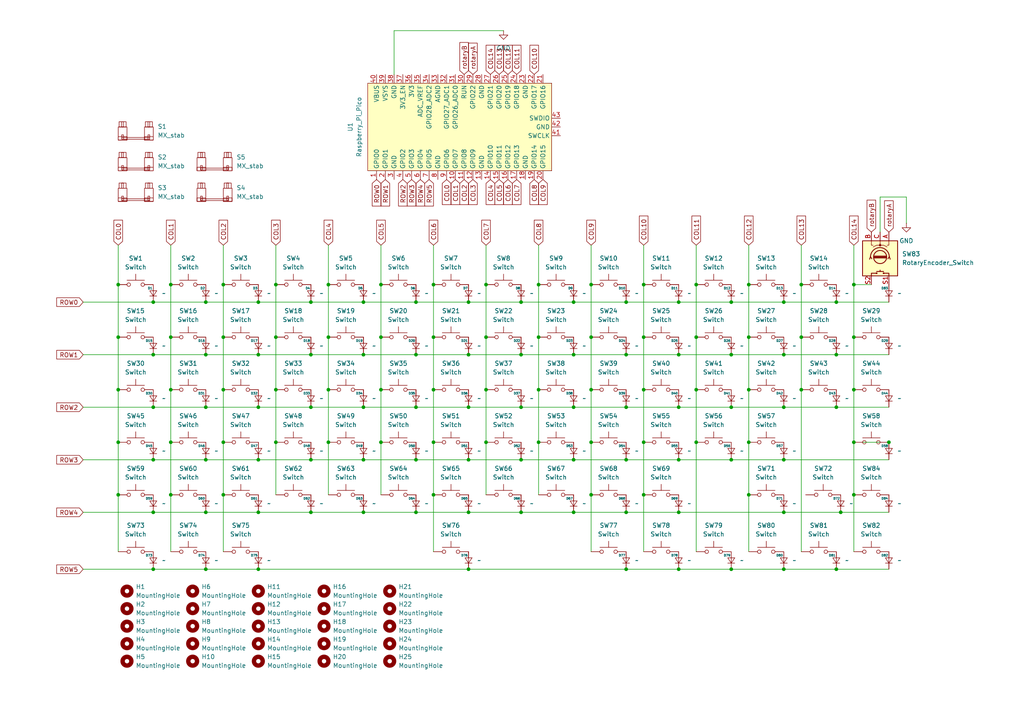
<source format=kicad_sch>
(kicad_sch (version 20250114) (generator "eeschema") (generator_version "9.0")
  (paper "A4")
  (lib_symbols
    (symbol "Device:RotaryEncoder_Switch" (pin_names (offset 0.254) (hide yes))
      (property "Reference" "SW" (at 0 6.604 0))
      (property "Value" "RotaryEncoder_Switch" (at 0 -6.604 0))
      (symbol "RotaryEncoder_Switch_1_1"
        (pin passive line (at -7.62 2.54 0) (length 2.54) (name "A") (number "A"))
        (pin passive line (at -7.62 0 0) (length 2.54) (name "C") (number "C"))
        (pin passive line (at -7.62 -2.54 0) (length 2.54) (name "B") (number "B"))
        (pin passive line (at 7.62 2.54 180) (length 2.54) (name "S1") (number "S1"))
        (pin passive line (at 7.62 -2.54 180) (length 2.54) (name "S2") (number "S2"))
      )
    )
    (symbol "Mechanical:MountingHole" (pin_names (offset 1.016)) (in_bom no)
      (property "Reference" "H" (at 0 5.08 0))
      (property "Value" "MountingHole" (at 0 3.175 0))
    )
    (symbol "PCM_marbastlib-mx:MX_stab" (pin_names (offset 1.016))
      (property "Reference" "S" (at -5.08 6.35 0))
      (property "Value" "MX_stab" (at -5.08 3.81 0))
    )
    (symbol "ScottoKeebs:MCU_Raspberry_Pi_Pico"
      (property "Reference" "U" (at 0 0 0))
      (property "Value" "Raspberry_Pi_Pico" (at 0 27.94 0))
      (symbol "MCU_Raspberry_Pi_Pico_1_1"
        (pin bidirectional line (at -15.24 24.13 0) (length 2.54) (name "GPIO0") (number "1"))
        (pin bidirectional line (at -15.24 21.59 0) (length 2.54) (name "GPIO1") (number "2"))
        (pin power_in line (at -15.24 19.05 0) (length 2.54) (name "GND") (number "3"))
        (pin bidirectional line (at -15.24 16.51 0) (length 2.54) (name "GPIO2") (number "4"))
        (pin bidirectional line (at -15.24 13.97 0) (length 2.54) (name "GPIO3") (number "5"))
        (pin bidirectional line (at -15.24 11.43 0) (length 2.54) (name "GPIO4") (number "6"))
        (pin bidirectional line (at -15.24 8.89 0) (length 2.54) (name "GPIO5") (number "7"))
        (pin power_in line (at -15.24 6.35 0) (length 2.54) (name "GND") (number "8"))
        (pin bidirectional line (at -15.24 3.81 0) (length 2.54) (name "GPIO6") (number "9"))
        (pin bidirectional line (at -15.24 1.27 0) (length 2.54) (name "GPIO7") (number "10"))
        (pin bidirectional line (at -15.24 -1.27 0) (length 2.54) (name "GPIO8") (number "11"))
        (pin bidirectional line (at -15.24 -3.81 0) (length 2.54) (name "GPIO9") (number "12"))
        (pin power_in line (at -15.24 -6.35 0) (length 2.54) (name "GND") (number "13"))
        (pin bidirectional line (at -15.24 -8.89 0) (length 2.54) (name "GPIO10") (number "14"))
        (pin bidirectional line (at -15.24 -11.43 0) (length 2.54) (name "GPIO11") (number "15"))
        (pin bidirectional line (at -15.24 -13.97 0) (length 2.54) (name "GPIO12") (number "16"))
        (pin bidirectional line (at -15.24 -16.51 0) (length 2.54) (name "GPIO13") (number "17"))
        (pin power_in line (at -15.24 -19.05 0) (length 2.54) (name "GND") (number "18"))
        (pin bidirectional line (at -15.24 -21.59 0) (length 2.54) (name "GPIO14") (number "19"))
        (pin bidirectional line (at -15.24 -24.13 0) (length 2.54) (name "GPIO15") (number "20"))
        (pin input line (at -2.54 -29.21 90) (length 2.54) (name "SWCLK") (number "41"))
        (pin power_in line (at 0 -29.21 90) (length 2.54) (name "GND") (number "42"))
        (pin bidirectional line (at 2.54 -29.21 90) (length 2.54) (name "SWDIO") (number "43"))
        (pin power_in line (at 15.24 24.13 180) (length 2.54) (name "VBUS") (number "40"))
        (pin power_in line (at 15.24 21.59 180) (length 2.54) (name "VSYS") (number "39"))
        (pin bidirectional line (at 15.24 19.05 180) (length 2.54) (name "GND") (number "38"))
        (pin input line (at 15.24 16.51 180) (length 2.54) (name "3V3_EN") (number "37"))
        (pin power_in line (at 15.24 13.97 180) (length 2.54) (name "3V3") (number "36"))
        (pin power_in line (at 15.24 11.43 180) (length 2.54) (name "ADC_VREF") (number "35"))
        (pin bidirectional line (at 15.24 8.89 180) (length 2.54) (name "GPIO28_ADC2") (number "34"))
        (pin power_in line (at 15.24 6.35 180) (length 2.54) (name "AGND") (number "33"))
        (pin bidirectional line (at 15.24 3.81 180) (length 2.54) (name "GPIO27_ADC1") (number "32"))
        (pin bidirectional line (at 15.24 1.27 180) (length 2.54) (name "GPIO26_ADC0") (number "31"))
        (pin input line (at 15.24 -1.27 180) (length 2.54) (name "RUN") (number "30"))
        (pin bidirectional line (at 15.24 -3.81 180) (length 2.54) (name "GPIO22") (number "29"))
        (pin power_in line (at 15.24 -6.35 180) (length 2.54) (name "GND") (number "28"))
        (pin bidirectional line (at 15.24 -8.89 180) (length 2.54) (name "GPIO21") (number "27"))
        (pin bidirectional line (at 15.24 -11.43 180) (length 2.54) (name "GPIO20") (number "26"))
        (pin bidirectional line (at 15.24 -13.97 180) (length 2.54) (name "GPIO19") (number "25"))
        (pin bidirectional line (at 15.24 -16.51 180) (length 2.54) (name "GPIO18") (number "24"))
        (pin power_in line (at 15.24 -19.05 180) (length 2.54) (name "GND") (number "23"))
        (pin bidirectional line (at 15.24 -21.59 180) (length 2.54) (name "GPIO17") (number "22"))
        (pin bidirectional line (at 15.24 -24.13 180) (length 2.54) (name "GPIO16") (number "21"))
      )
    )
    (symbol "ScottoKeebs:Placeholder_Diode" (pin_numbers (hide yes)) (pin_names (hide yes))
      (property "Reference" "D" (at -0.15 1.066 0))
      (symbol "Placeholder_Diode_1_1"
        (pin passive line (at 0 2.54 270) (length 1.778) (name "A") (number "2"))
        (pin passive line (at 0 -2.54 90) (length 1.778) (name "K") (number "1"))
      )
    )
    (symbol "ScottoKeebs:Placeholder_Switch" (pin_numbers (hide yes)) (pin_names (offset 1.016) (hide yes))
      (property "Reference" "SW" (at 1.27 2.54 0))
      (property "Value" "Switch" (at 0 -1.524 0))
      (symbol "Placeholder_Switch_0_1"
        (pin passive line (at -5.08 0 0) (length 2.54) (name "1") (number "1"))
        (pin passive line (at 5.08 0 180) (length 2.54) (name "2") (number "2"))
      )
    )
    (symbol "power:GND" (power) (pin_numbers (hide yes)) (pin_names (offset 0) (hide yes))
      (property "Value" "GND" (at 0 -3.81 0))
      (symbol "GND_1_1"
        (pin power_in line (at 0 0 270) (length 0) (name "~") (number "1"))
      )
    )
  )
  (junction (at 217.17 128.27))
  (junction (at 166.37 118.11))
  (junction (at 90.17 102.87))
  (junction (at 110.49 128.27))
  (junction (at 151.13 133.35))
  (junction (at 232.41 113.03))
  (junction (at 105.41 102.87))
  (junction (at 64.77 113.03))
  (junction (at 59.69 165.1))
  (junction (at 80.01 97.79))
  (junction (at 120.65 133.35))
  (junction (at 34.29 97.79))
  (junction (at 151.13 102.87))
  (junction (at 59.69 148.59))
  (junction (at 135.89 87.63))
  (junction (at 44.45 148.59))
  (junction (at 242.57 118.11))
  (junction (at 247.65 82.55))
  (junction (at 44.45 102.87))
  (junction (at 186.69 82.55))
  (junction (at 196.85 118.11))
  (junction (at 49.53 143.51))
  (junction (at 74.93 118.11))
  (junction (at 34.29 128.27))
  (junction (at 212.09 165.1))
  (junction (at 171.45 82.55))
  (junction (at 201.93 128.27))
  (junction (at 59.69 118.11))
  (junction (at 227.33 118.11))
  (junction (at 95.25 97.79))
  (junction (at 242.57 165.1))
  (junction (at 181.61 118.11))
  (junction (at 156.21 97.79))
  (junction (at 95.25 128.27))
  (junction (at 196.85 87.63))
  (junction (at 64.77 82.55))
  (junction (at 120.65 102.87))
  (junction (at 49.53 82.55))
  (junction (at 80.01 82.55))
  (junction (at 186.69 97.79))
  (junction (at 49.53 113.03))
  (junction (at 212.09 118.11))
  (junction (at 166.37 87.63))
  (junction (at 196.85 165.1))
  (junction (at 34.29 82.55))
  (junction (at 125.73 113.03))
  (junction (at 90.17 118.11))
  (junction (at 166.37 148.59))
  (junction (at 227.33 102.87))
  (junction (at 156.21 113.03))
  (junction (at 44.45 118.11))
  (junction (at 120.65 118.11))
  (junction (at 64.77 128.27))
  (junction (at 227.33 165.1))
  (junction (at 125.73 128.27))
  (junction (at 44.45 87.63))
  (junction (at 212.09 87.63))
  (junction (at 90.17 87.63))
  (junction (at 242.57 87.63))
  (junction (at 140.97 97.79))
  (junction (at 64.77 143.51))
  (junction (at 186.69 143.51))
  (junction (at 171.45 113.03))
  (junction (at 110.49 113.03))
  (junction (at 227.33 148.59))
  (junction (at 80.01 113.03))
  (junction (at 105.41 87.63))
  (junction (at 196.85 148.59))
  (junction (at 135.89 133.35))
  (junction (at 135.89 102.87))
  (junction (at 181.61 165.1))
  (junction (at 49.53 128.27))
  (junction (at 80.01 128.27))
  (junction (at 34.29 143.51))
  (junction (at 120.65 87.63))
  (junction (at 247.65 113.03))
  (junction (at 247.65 97.79))
  (junction (at 74.93 133.35))
  (junction (at 151.13 148.59))
  (junction (at 151.13 118.11))
  (junction (at 232.41 97.79))
  (junction (at 181.61 148.59))
  (junction (at 232.41 82.55))
  (junction (at 74.93 87.63))
  (junction (at 105.41 148.59))
  (junction (at 171.45 128.27))
  (junction (at 120.65 148.59))
  (junction (at 74.93 102.87))
  (junction (at 90.17 148.59))
  (junction (at 59.69 87.63))
  (junction (at 49.53 97.79))
  (junction (at 74.93 165.1))
  (junction (at 181.61 87.63))
  (junction (at 44.45 165.1))
  (junction (at 166.37 102.87))
  (junction (at 125.73 82.55))
  (junction (at 212.09 102.87))
  (junction (at 242.57 102.87))
  (junction (at 95.25 113.03))
  (junction (at 135.89 148.59))
  (junction (at 217.17 82.55))
  (junction (at 227.33 87.63))
  (junction (at 140.97 128.27))
  (junction (at 135.89 118.11))
  (junction (at 156.21 82.55))
  (junction (at 151.13 87.63))
  (junction (at 135.89 165.1))
  (junction (at 156.21 128.27))
  (junction (at 247.65 143.51))
  (junction (at 59.69 133.35))
  (junction (at 125.73 97.79))
  (junction (at 110.49 97.79))
  (junction (at 201.93 97.79))
  (junction (at 257.81 128.27))
  (junction (at 171.45 97.79))
  (junction (at 181.61 102.87))
  (junction (at 105.41 133.35))
  (junction (at 212.09 133.35))
  (junction (at 44.45 133.35))
  (junction (at 227.33 133.35))
  (junction (at 171.45 143.51))
  (junction (at 74.93 148.59))
  (junction (at 125.73 143.51))
  (junction (at 140.97 113.03))
  (junction (at 90.17 133.35))
  (junction (at 243.84 148.59))
  (junction (at 186.69 128.27))
  (junction (at 217.17 143.51))
  (junction (at 59.69 102.87))
  (junction (at 217.17 97.79))
  (junction (at 64.77 97.79))
  (junction (at 196.85 133.35))
  (junction (at 247.65 128.27))
  (junction (at 201.93 113.03))
  (junction (at 140.97 82.55))
  (junction (at 181.61 133.35))
  (junction (at 34.29 113.03))
  (junction (at 166.37 133.35))
  (junction (at 217.17 113.03))
  (junction (at 201.93 82.55))
  (junction (at 110.49 82.55))
  (junction (at 105.41 118.11))
  (junction (at 95.25 82.55))
  (junction (at 186.69 113.03))
  (junction (at 196.85 102.87))
  (wire (pts (xy 140.97 128.27) (xy 140.97 143.51)))
  (wire (pts (xy 114.3 8.89) (xy 146.05 8.89)))
  (wire (pts (xy 227.33 165.1) (xy 242.57 165.1)))
  (wire (pts (xy 140.97 71.12) (xy 140.97 82.55)))
  (wire (pts (xy 227.33 118.11) (xy 242.57 118.11)))
  (wire (pts (xy 105.41 87.63) (xy 120.65 87.63)))
  (wire (pts (xy 24.13 118.11) (xy 44.45 118.11)))
  (wire (pts (xy 186.69 113.03) (xy 186.69 128.27)))
  (wire (pts (xy 247.65 128.27) (xy 247.65 143.51)))
  (wire (pts (xy 227.33 133.35) (xy 257.81 133.35)))
  (wire (pts (xy 181.61 165.1) (xy 196.85 165.1)))
  (wire (pts (xy 196.85 102.87) (xy 212.09 102.87)))
  (wire (pts (xy 120.65 148.59) (xy 135.89 148.59)))
  (wire (pts (xy 171.45 143.51) (xy 171.45 160.02)))
  (wire (pts (xy 262.89 57.15) (xy 255.27 57.15)))
  (wire (pts (xy 114.3 21.59) (xy 114.3 8.89)))
  (wire (pts (xy 181.61 102.87) (xy 196.85 102.87)))
  (wire (pts (xy 74.93 87.63) (xy 90.17 87.63)))
  (wire (pts (xy 90.17 148.59) (xy 105.41 148.59)))
  (wire (pts (xy 196.85 165.1) (xy 212.09 165.1)))
  (wire (pts (xy 49.53 71.12) (xy 49.53 82.55)))
  (wire (pts (xy 247.65 71.12) (xy 247.65 82.55)))
  (wire (pts (xy 44.45 165.1) (xy 59.69 165.1)))
  (wire (pts (xy 196.85 148.59) (xy 227.33 148.59)))
  (wire (pts (xy 166.37 133.35) (xy 181.61 133.35)))
  (wire (pts (xy 34.29 113.03) (xy 34.29 128.27)))
  (wire (pts (xy 201.93 82.55) (xy 201.93 97.79)))
  (wire (pts (xy 34.29 71.12) (xy 34.29 82.55)))
  (wire (pts (xy 34.29 128.27) (xy 34.29 143.51)))
  (wire (pts (xy 74.93 148.59) (xy 90.17 148.59)))
  (wire (pts (xy 135.89 118.11) (xy 151.13 118.11)))
  (wire (pts (xy 135.89 165.1) (xy 181.61 165.1)))
  (wire (pts (xy 120.65 102.87) (xy 135.89 102.87)))
  (wire (pts (xy 110.49 82.55) (xy 110.49 97.79)))
  (wire (pts (xy 171.45 128.27) (xy 171.45 143.51)))
  (wire (pts (xy 227.33 87.63) (xy 242.57 87.63)))
  (wire (pts (xy 217.17 97.79) (xy 217.17 113.03)))
  (wire (pts (xy 247.65 82.55) (xy 252.73 82.55)))
  (wire (pts (xy 110.49 128.27) (xy 110.49 143.51)))
  (wire (pts (xy 80.01 82.55) (xy 80.01 97.79)))
  (wire (pts (xy 232.41 97.79) (xy 232.41 113.03)))
  (wire (pts (xy 151.13 118.11) (xy 166.37 118.11)))
  (wire (pts (xy 196.85 118.11) (xy 212.09 118.11)))
  (wire (pts (xy 247.65 82.55) (xy 247.65 97.79)))
  (wire (pts (xy 59.69 148.59) (xy 74.93 148.59)))
  (wire (pts (xy 135.89 102.87) (xy 151.13 102.87)))
  (wire (pts (xy 201.93 113.03) (xy 201.93 128.27)))
  (wire (pts (xy 247.65 143.51) (xy 247.65 160.02)))
  (wire (pts (xy 44.45 148.59) (xy 59.69 148.59)))
  (wire (pts (xy 212.09 133.35) (xy 227.33 133.35)))
  (wire (pts (xy 186.69 97.79) (xy 186.69 113.03)))
  (wire (pts (xy 135.89 148.59) (xy 151.13 148.59)))
  (wire (pts (xy 212.09 87.63) (xy 227.33 87.63)))
  (wire (pts (xy 74.93 102.87) (xy 90.17 102.87)))
  (wire (pts (xy 186.69 71.12) (xy 186.69 82.55)))
  (wire (pts (xy 135.89 87.63) (xy 151.13 87.63)))
  (wire (pts (xy 166.37 87.63) (xy 181.61 87.63)))
  (wire (pts (xy 232.41 113.03) (xy 232.41 160.02)))
  (wire (pts (xy 242.57 118.11) (xy 257.81 118.11)))
  (wire (pts (xy 95.25 71.12) (xy 95.25 82.55)))
  (wire (pts (xy 227.33 102.87) (xy 242.57 102.87)))
  (wire (pts (xy 64.77 97.79) (xy 64.77 113.03)))
  (wire (pts (xy 59.69 133.35) (xy 74.93 133.35)))
  (wire (pts (xy 257.81 128.27) (xy 247.65 128.27)))
  (wire (pts (xy 135.89 133.35) (xy 151.13 133.35)))
  (wire (pts (xy 125.73 128.27) (xy 125.73 143.51)))
  (wire (pts (xy 80.01 71.12) (xy 80.01 82.55)))
  (wire (pts (xy 156.21 113.03) (xy 156.21 128.27)))
  (wire (pts (xy 64.77 82.55) (xy 64.77 97.79)))
  (wire (pts (xy 49.53 97.79) (xy 49.53 113.03)))
  (wire (pts (xy 181.61 87.63) (xy 196.85 87.63)))
  (wire (pts (xy 212.09 165.1) (xy 227.33 165.1)))
  (wire (pts (xy 247.65 97.79) (xy 247.65 113.03)))
  (wire (pts (xy 44.45 118.11) (xy 59.69 118.11)))
  (wire (pts (xy 262.89 64.77) (xy 262.89 57.15)))
  (wire (pts (xy 125.73 143.51) (xy 125.73 160.02)))
  (wire (pts (xy 110.49 113.03) (xy 110.49 128.27)))
  (wire (pts (xy 156.21 97.79) (xy 156.21 113.03)))
  (wire (pts (xy 49.53 113.03) (xy 49.53 128.27)))
  (wire (pts (xy 44.45 133.35) (xy 59.69 133.35)))
  (wire (pts (xy 105.41 102.87) (xy 120.65 102.87)))
  (wire (pts (xy 201.93 71.12) (xy 201.93 82.55)))
  (wire (pts (xy 120.65 133.35) (xy 135.89 133.35)))
  (wire (pts (xy 95.25 97.79) (xy 95.25 113.03)))
  (wire (pts (xy 34.29 82.55) (xy 34.29 97.79)))
  (wire (pts (xy 44.45 87.63) (xy 59.69 87.63)))
  (wire (pts (xy 181.61 118.11) (xy 196.85 118.11)))
  (wire (pts (xy 49.53 143.51) (xy 49.53 160.02)))
  (wire (pts (xy 166.37 102.87) (xy 181.61 102.87)))
  (wire (pts (xy 166.37 148.59) (xy 181.61 148.59)))
  (wire (pts (xy 171.45 113.03) (xy 171.45 128.27)))
  (wire (pts (xy 80.01 113.03) (xy 80.01 128.27)))
  (wire (pts (xy 140.97 113.03) (xy 140.97 128.27)))
  (wire (pts (xy 49.53 82.55) (xy 49.53 97.79)))
  (wire (pts (xy 196.85 87.63) (xy 212.09 87.63)))
  (wire (pts (xy 156.21 71.12) (xy 156.21 82.55)))
  (wire (pts (xy 151.13 133.35) (xy 166.37 133.35)))
  (wire (pts (xy 24.13 148.59) (xy 44.45 148.59)))
  (wire (pts (xy 255.27 57.15) (xy 255.27 67.31)))
  (wire (pts (xy 212.09 118.11) (xy 227.33 118.11)))
  (wire (pts (xy 217.17 82.55) (xy 217.17 97.79)))
  (wire (pts (xy 140.97 97.79) (xy 140.97 113.03)))
  (wire (pts (xy 217.17 143.51) (xy 217.17 160.02)))
  (wire (pts (xy 242.57 165.1) (xy 257.81 165.1)))
  (wire (pts (xy 110.49 97.79) (xy 110.49 113.03)))
  (wire (pts (xy 242.57 102.87) (xy 257.81 102.87)))
  (wire (pts (xy 90.17 87.63) (xy 105.41 87.63)))
  (wire (pts (xy 181.61 148.59) (xy 196.85 148.59)))
  (wire (pts (xy 120.65 118.11) (xy 135.89 118.11)))
  (wire (pts (xy 34.29 97.79) (xy 34.29 113.03)))
  (wire (pts (xy 125.73 97.79) (xy 125.73 113.03)))
  (wire (pts (xy 64.77 128.27) (xy 64.77 143.51)))
  (wire (pts (xy 95.25 128.27) (xy 95.25 143.51)))
  (wire (pts (xy 110.49 71.12) (xy 110.49 82.55)))
  (wire (pts (xy 125.73 71.12) (xy 125.73 82.55)))
  (wire (pts (xy 59.69 87.63) (xy 74.93 87.63)))
  (wire (pts (xy 24.13 102.87) (xy 44.45 102.87)))
  (wire (pts (xy 34.29 143.51) (xy 34.29 160.02)))
  (wire (pts (xy 59.69 102.87) (xy 74.93 102.87)))
  (wire (pts (xy 232.41 82.55) (xy 232.41 97.79)))
  (wire (pts (xy 156.21 128.27) (xy 156.21 143.51)))
  (wire (pts (xy 59.69 165.1) (xy 74.93 165.1)))
  (wire (pts (xy 181.61 133.35) (xy 196.85 133.35)))
  (wire (pts (xy 196.85 133.35) (xy 212.09 133.35)))
  (wire (pts (xy 227.33 148.59) (xy 243.84 148.59)))
  (wire (pts (xy 95.25 82.55) (xy 95.25 97.79)))
  (wire (pts (xy 232.41 71.12) (xy 232.41 82.55)))
  (wire (pts (xy 125.73 113.03) (xy 125.73 128.27)))
  (wire (pts (xy 171.45 82.55) (xy 171.45 97.79)))
  (wire (pts (xy 201.93 128.27) (xy 201.93 160.02)))
  (wire (pts (xy 95.25 113.03) (xy 95.25 128.27)))
  (wire (pts (xy 64.77 113.03) (xy 64.77 128.27)))
  (wire (pts (xy 186.69 82.55) (xy 186.69 97.79)))
  (wire (pts (xy 80.01 97.79) (xy 80.01 113.03)))
  (wire (pts (xy 186.69 143.51) (xy 186.69 160.02)))
  (wire (pts (xy 151.13 102.87) (xy 166.37 102.87)))
  (wire (pts (xy 105.41 133.35) (xy 120.65 133.35)))
  (wire (pts (xy 90.17 118.11) (xy 105.41 118.11)))
  (wire (pts (xy 151.13 148.59) (xy 166.37 148.59)))
  (wire (pts (xy 156.21 82.55) (xy 156.21 97.79)))
  (wire (pts (xy 120.65 87.63) (xy 135.89 87.63)))
  (wire (pts (xy 59.69 118.11) (xy 74.93 118.11)))
  (wire (pts (xy 151.13 87.63) (xy 166.37 87.63)))
  (wire (pts (xy 217.17 128.27) (xy 217.17 143.51)))
  (wire (pts (xy 74.93 118.11) (xy 90.17 118.11)))
  (wire (pts (xy 80.01 128.27) (xy 80.01 143.51)))
  (wire (pts (xy 171.45 97.79) (xy 171.45 113.03)))
  (wire (pts (xy 90.17 133.35) (xy 105.41 133.35)))
  (wire (pts (xy 49.53 128.27) (xy 49.53 143.51)))
  (wire (pts (xy 24.13 133.35) (xy 44.45 133.35)))
  (wire (pts (xy 125.73 82.55) (xy 125.73 97.79)))
  (wire (pts (xy 212.09 102.87) (xy 227.33 102.87)))
  (wire (pts (xy 186.69 128.27) (xy 186.69 143.51)))
  (wire (pts (xy 64.77 143.51) (xy 64.77 160.02)))
  (wire (pts (xy 140.97 82.55) (xy 140.97 97.79)))
  (wire (pts (xy 90.17 102.87) (xy 105.41 102.87)))
  (wire (pts (xy 24.13 87.63) (xy 44.45 87.63)))
  (wire (pts (xy 105.41 148.59) (xy 120.65 148.59)))
  (wire (pts (xy 166.37 118.11) (xy 181.61 118.11)))
  (wire (pts (xy 64.77 71.12) (xy 64.77 82.55)))
  (wire (pts (xy 171.45 71.12) (xy 171.45 82.55)))
  (wire (pts (xy 217.17 113.03) (xy 217.17 128.27)))
  (wire (pts (xy 243.84 148.59) (xy 257.81 148.59)))
  (wire (pts (xy 24.13 165.1) (xy 44.45 165.1)))
  (wire (pts (xy 242.57 87.63) (xy 257.81 87.63)))
  (wire (pts (xy 44.45 102.87) (xy 59.69 102.87)))
  (wire (pts (xy 105.41 118.11) (xy 120.65 118.11)))
  (wire (pts (xy 201.93 97.79) (xy 201.93 113.03)))
  (wire (pts (xy 247.65 113.03) (xy 247.65 128.27)))
  (wire (pts (xy 74.93 165.1) (xy 135.89 165.1)))
  (wire (pts (xy 217.17 71.12) (xy 217.17 82.55)))
  (wire (pts (xy 74.93 133.35) (xy 90.17 133.35)))
  (global_label "COL7" (shape input) (at 149.86 52.07 270) (property "Intersheetrefs" "${INTERSHEET_REFS}" (effects (hide yes))))
  (global_label "COL5" (shape input) (at 110.49 71.12 90) (property "Intersheetrefs" "${INTERSHEET_REFS}" (effects (hide yes))))
  (global_label "COL11" (shape input) (at 149.86 21.59 90) (property "Intersheetrefs" "${INTERSHEET_REFS}" (effects (hide yes))))
  (global_label "COL12" (shape input) (at 217.17 71.12 90) (property "Intersheetrefs" "${INTERSHEET_REFS}" (effects (hide yes))))
  (global_label "rotaryA" (shape input) (at 257.81 67.31 90) (property "Intersheetrefs" "${INTERSHEET_REFS}" (effects (hide yes))))
  (global_label "ROW5" (shape input) (at 124.46 52.07 270) (property "Intersheetrefs" "${INTERSHEET_REFS}" (effects (hide yes))))
  (global_label "rotaryB" (shape input) (at 252.73 67.31 90) (property "Intersheetrefs" "${INTERSHEET_REFS}" (effects (hide yes))))
  (global_label "COL2" (shape input) (at 64.77 71.12 90) (property "Intersheetrefs" "${INTERSHEET_REFS}" (effects (hide yes))))
  (global_label "COL6" (shape input) (at 125.73 71.12 90) (property "Intersheetrefs" "${INTERSHEET_REFS}" (effects (hide yes))))
  (global_label "ROW1" (shape input) (at 24.13 102.87 180) (property "Intersheetrefs" "${INTERSHEET_REFS}" (effects (hide yes))))
  (global_label "rotaryA" (shape input) (at 137.16 21.59 90) (property "Intersheetrefs" "${INTERSHEET_REFS}" (effects (hide yes))))
  (global_label "COL3" (shape input) (at 137.16 52.07 270) (property "Intersheetrefs" "${INTERSHEET_REFS}" (effects (hide yes))))
  (global_label "ROW2" (shape input) (at 116.84 52.07 270) (property "Intersheetrefs" "${INTERSHEET_REFS}" (effects (hide yes))))
  (global_label "ROW0" (shape input) (at 24.13 87.63 180) (property "Intersheetrefs" "${INTERSHEET_REFS}" (effects (hide yes))))
  (global_label "ROW5" (shape input) (at 24.13 165.1 180) (property "Intersheetrefs" "${INTERSHEET_REFS}" (effects (hide yes))))
  (global_label "ROW4" (shape input) (at 24.13 148.59 180) (property "Intersheetrefs" "${INTERSHEET_REFS}" (effects (hide yes))))
  (global_label "COL14" (shape input) (at 142.24 21.59 90) (property "Intersheetrefs" "${INTERSHEET_REFS}" (effects (hide yes))))
  (global_label "COL14" (shape input) (at 247.65 71.12 90) (property "Intersheetrefs" "${INTERSHEET_REFS}" (effects (hide yes))))
  (global_label "COL1" (shape input) (at 49.53 71.12 90) (property "Intersheetrefs" "${INTERSHEET_REFS}" (effects (hide yes))))
  (global_label "COL1" (shape input) (at 132.08 52.07 270) (property "Intersheetrefs" "${INTERSHEET_REFS}" (effects (hide yes))))
  (global_label "COL8" (shape input) (at 154.94 52.07 270) (property "Intersheetrefs" "${INTERSHEET_REFS}" (effects (hide yes))))
  (global_label "ROW4" (shape input) (at 121.92 52.07 270) (property "Intersheetrefs" "${INTERSHEET_REFS}" (effects (hide yes))))
  (global_label "COL0" (shape input) (at 129.54 52.07 270) (property "Intersheetrefs" "${INTERSHEET_REFS}" (effects (hide yes))))
  (global_label "COL13" (shape input) (at 232.41 71.12 90) (property "Intersheetrefs" "${INTERSHEET_REFS}" (effects (hide yes))))
  (global_label "COL10" (shape input) (at 154.94 21.59 90) (property "Intersheetrefs" "${INTERSHEET_REFS}" (effects (hide yes))))
  (global_label "COL12" (shape input) (at 147.32 21.59 90) (property "Intersheetrefs" "${INTERSHEET_REFS}" (effects (hide yes))))
  (global_label "COL5" (shape input) (at 144.78 52.07 270) (property "Intersheetrefs" "${INTERSHEET_REFS}" (effects (hide yes))))
  (global_label "COL8" (shape input) (at 156.21 71.12 90) (property "Intersheetrefs" "${INTERSHEET_REFS}" (effects (hide yes))))
  (global_label "COL10" (shape input) (at 186.69 71.12 90) (property "Intersheetrefs" "${INTERSHEET_REFS}" (effects (hide yes))))
  (global_label "ROW2" (shape input) (at 24.13 118.11 180) (property "Intersheetrefs" "${INTERSHEET_REFS}" (effects (hide yes))))
  (global_label "COL2" (shape input) (at 134.62 52.07 270) (property "Intersheetrefs" "${INTERSHEET_REFS}" (effects (hide yes))))
  (global_label "COL9" (shape input) (at 171.45 71.12 90) (property "Intersheetrefs" "${INTERSHEET_REFS}" (effects (hide yes))))
  (global_label "COL0" (shape input) (at 34.29 71.12 90) (property "Intersheetrefs" "${INTERSHEET_REFS}" (effects (hide yes))))
  (global_label "COL9" (shape input) (at 157.48 52.07 270) (property "Intersheetrefs" "${INTERSHEET_REFS}" (effects (hide yes))))
  (global_label "COL7" (shape input) (at 140.97 71.12 90) (property "Intersheetrefs" "${INTERSHEET_REFS}" (effects (hide yes))))
  (global_label "COL6" (shape input) (at 147.32 52.07 270) (property "Intersheetrefs" "${INTERSHEET_REFS}" (effects (hide yes))))
  (global_label "ROW3" (shape input) (at 119.38 52.07 270) (property "Intersheetrefs" "${INTERSHEET_REFS}" (effects (hide yes))))
  (global_label "ROW1" (shape input) (at 111.76 52.07 270) (property "Intersheetrefs" "${INTERSHEET_REFS}" (effects (hide yes))))
  (global_label "ROW3" (shape input) (at 24.13 133.35 180) (property "Intersheetrefs" "${INTERSHEET_REFS}" (effects (hide yes))))
  (global_label "COL11" (shape input) (at 201.93 71.12 90) (property "Intersheetrefs" "${INTERSHEET_REFS}" (effects (hide yes))))
  (global_label "COL4" (shape input) (at 142.24 52.07 270) (property "Intersheetrefs" "${INTERSHEET_REFS}" (effects (hide yes))))
  (global_label "COL3" (shape input) (at 80.01 71.12 90) (property "Intersheetrefs" "${INTERSHEET_REFS}" (effects (hide yes))))
  (global_label "ROW0" (shape input) (at 109.22 52.07 270) (property "Intersheetrefs" "${INTERSHEET_REFS}" (effects (hide yes))))
  (global_label "COL4" (shape input) (at 95.25 71.12 90) (property "Intersheetrefs" "${INTERSHEET_REFS}" (effects (hide yes))))
  (global_label "COL13" (shape input) (at 144.78 21.59 90) (property "Intersheetrefs" "${INTERSHEET_REFS}" (effects (hide yes))))
  (global_label "rotaryB" (shape input) (at 134.62 21.59 90) (property "Intersheetrefs" "${INTERSHEET_REFS}" (effects (hide yes))))
  (symbol (lib_id "ScottoKeebs:Placeholder_Switch") (at 54.61 97.79 0) (unit 1)
    (property "Reference" "SW16" (at 54.61 90.17 0))
    (property "Value" "Switch" (at 54.61 92.71 0))
    (property "Footprint" "ScottoKeebs_MX:MX_PCB_1.00u" (effects (hide yes)))
    (property "Description" "Push button switch, generic, two pins" (effects (hide yes)))
  )
  (symbol (lib_id "Mechanical:MountingHole") (at 55.88 176.53 0) (unit 1) (in_bom no)
    (property "Reference" "H7" (at 58.42 175.2599 0) (effects (justify left)))
    (property "Value" "MountingHole" (at 58.42 177.7999 0) (effects (justify left)))
    (property "Footprint" "MountingHole:MountingHole_2.2mm_M2" (effects (hide yes)))
    (property "Description" "Mounting Hole without connection" (effects (hide yes)))
  )
  (symbol (lib_id "Mechanical:MountingHole") (at 93.98 186.69 0) (unit 1) (in_bom no)
    (property "Reference" "H19" (at 96.52 185.4199 0) (effects (justify left)))
    (property "Value" "MountingHole" (at 96.52 187.9599 0) (effects (justify left)))
    (property "Footprint" "MountingHole:MountingHole_2.2mm_M2" (effects (hide yes)))
    (property "Description" "Mounting Hole without connection" (effects (hide yes)))
  )
  (symbol (lib_id "ScottoKeebs:Placeholder_Switch") (at 191.77 82.55 0) (unit 1)
    (property "Reference" "SW11" (at 191.77 74.93 0))
    (property "Value" "Switch" (at 191.77 77.47 0))
    (property "Footprint" "ScottoKeebs_MX:MX_PCB_1.00u" (effects (hide yes)))
    (property "Description" "Push button switch, generic, two pins" (effects (hide yes)))
  )
  (symbol (lib_id "ScottoKeebs:Placeholder_Diode") (at 105.41 130.81 0) (unit 1)
    (property "Reference" "D49" (at 105.26 129.744 0) (effects (font (size 0.635 0.635) (thickness 0.127) (bold yes)) (justify right bottom)))
    (property "Value" "~" (at 107.95 130.8099 0) (effects (justify left)))
    (property "Footprint" "ScottoKeebs_Components:Diode_SOD-123" (effects (hide yes)))
  )
  (symbol (lib_id "Mechanical:MountingHole") (at 113.03 176.53 0) (unit 1) (in_bom no)
    (property "Reference" "H22" (at 115.57 175.2599 0) (effects (justify left)))
    (property "Value" "MountingHole" (at 115.57 177.7999 0) (effects (justify left)))
    (property "Footprint" "MountingHole:MountingHole_2.2mm_M2" (effects (hide yes)))
    (property "Description" "Mounting Hole without connection" (effects (hide yes)))
  )
  (symbol (lib_id "PCM_marbastlib-mx:MX_stab") (at 39.37 55.88 0) (unit 1)
    (property "Reference" "S3" (at 45.72 54.4829 0) (effects (justify left)))
    (property "Value" "MX_stab" (at 45.72 57.0229 0) (effects (justify left)))
    (property "Footprint" "ScottoKeebs_Stabilizers:Stabilizer_MX_2.00u" (effects (hide yes)))
    (property "Description" "Cherry MX-style stabilizer" (effects (hide yes)))
  )
  (symbol (lib_id "ScottoKeebs:Placeholder_Switch") (at 69.85 82.55 0) (unit 1)
    (property "Reference" "SW3" (at 69.85 74.93 0))
    (property "Value" "Switch" (at 69.85 77.47 0))
    (property "Footprint" "ScottoKeebs_MX:MX_PCB_1.00u" (effects (hide yes)))
    (property "Description" "Push button switch, generic, two pins" (effects (hide yes)))
  )
  (symbol (lib_id "ScottoKeebs:Placeholder_Diode") (at 166.37 100.33 0) (unit 1)
    (property "Reference" "D23" (at 166.22 99.264 0) (effects (font (size 0.635 0.635) (thickness 0.127) (bold yes)) (justify right bottom)))
    (property "Value" "~" (at 168.91 100.3299 0) (effects (justify left)))
    (property "Footprint" "ScottoKeebs_Components:Diode_SOD-123" (effects (hide yes)))
  )
  (symbol (lib_id "ScottoKeebs:Placeholder_Diode") (at 44.45 162.56 0) (unit 1)
    (property "Reference" "D73" (at 44.3 161.494 0) (effects (font (size 0.635 0.635) (thickness 0.127) (bold yes)) (justify right bottom)))
    (property "Value" "~" (at 46.99 162.5599 0) (effects (justify left)))
    (property "Footprint" "ScottoKeebs_Components:Diode_SOD-123" (effects (hide yes)))
  )
  (symbol (lib_id "ScottoKeebs:Placeholder_Switch") (at 115.57 97.79 0) (unit 1)
    (property "Reference" "SW20" (at 115.57 90.17 0))
    (property "Value" "Switch" (at 115.57 92.71 0))
    (property "Footprint" "ScottoKeebs_MX:MX_PCB_1.00u" (effects (hide yes)))
    (property "Description" "Push button switch, generic, two pins" (effects (hide yes)))
  )
  (symbol (lib_id "ScottoKeebs:Placeholder_Switch") (at 161.29 128.27 0) (unit 1)
    (property "Reference" "SW53" (at 161.29 120.65 0))
    (property "Value" "Switch" (at 161.29 123.19 0))
    (property "Footprint" "ScottoKeebs_MX:MX_PCB_1.00u" (effects (hide yes)))
    (property "Description" "Push button switch, generic, two pins" (effects (hide yes)))
  )
  (symbol (lib_id "ScottoKeebs:Placeholder_Switch") (at 222.25 128.27 0) (unit 1)
    (property "Reference" "SW57" (at 222.25 120.65 0))
    (property "Value" "Switch" (at 222.25 123.19 0))
    (property "Footprint" "ScottoKeebs_MX:MX_PCB_2.25u" (effects (hide yes)))
    (property "Description" "Push button switch, generic, two pins" (effects (hide yes)))
  )
  (symbol (lib_id "ScottoKeebs:Placeholder_Switch") (at 39.37 160.02 0) (unit 1)
    (property "Reference" "SW73" (at 39.37 152.4 0))
    (property "Value" "Switch" (at 39.37 154.94 0))
    (property "Footprint" "ScottoKeebs_MX:MX_PCB_1.25u" (effects (hide yes)))
    (property "Description" "Push button switch, generic, two pins" (effects (hide yes)))
  )
  (symbol (lib_id "ScottoKeebs:Placeholder_Switch") (at 146.05 143.51 0) (unit 1)
    (property "Reference" "SW66" (at 146.05 135.89 0))
    (property "Value" "Switch" (at 146.05 138.43 0))
    (property "Footprint" "ScottoKeebs_MX:MX_PCB_1.00u" (effects (hide yes)))
    (property "Description" "Push button switch, generic, two pins" (effects (hide yes)))
  )
  (symbol (lib_id "ScottoKeebs:Placeholder_Switch") (at 100.33 82.55 0) (unit 1)
    (property "Reference" "SW5" (at 100.33 74.93 0))
    (property "Value" "Switch" (at 100.33 77.47 0))
    (property "Footprint" "ScottoKeebs_MX:MX_PCB_1.00u" (effects (hide yes)))
    (property "Description" "Push button switch, generic, two pins" (effects (hide yes)))
  )
  (symbol (lib_id "ScottoKeebs:Placeholder_Switch") (at 69.85 128.27 0) (unit 1)
    (property "Reference" "SW47" (at 69.85 120.65 0))
    (property "Value" "Switch" (at 69.85 123.19 0))
    (property "Footprint" "ScottoKeebs_MX:MX_PCB_1.00u" (effects (hide yes)))
    (property "Description" "Push button switch, generic, two pins" (effects (hide yes)))
  )
  (symbol (lib_id "ScottoKeebs:Placeholder_Switch") (at 161.29 82.55 0) (unit 1)
    (property "Reference" "SW9" (at 161.29 74.93 0))
    (property "Value" "Switch" (at 161.29 77.47 0))
    (property "Footprint" "ScottoKeebs_MX:MX_PCB_1.00u" (effects (hide yes)))
    (property "Description" "Push button switch, generic, two pins" (effects (hide yes)))
  )
  (symbol (lib_id "Mechanical:MountingHole") (at 113.03 171.45 0) (unit 1) (in_bom no)
    (property "Reference" "H21" (at 115.57 170.1799 0) (effects (justify left)))
    (property "Value" "MountingHole" (at 115.57 172.7199 0) (effects (justify left)))
    (property "Footprint" "MountingHole:MountingHole_2.2mm_M2" (effects (hide yes)))
    (property "Description" "Mounting Hole without connection" (effects (hide yes)))
  )
  (symbol (lib_id "ScottoKeebs:Placeholder_Switch") (at 161.29 143.51 0) (unit 1)
    (property "Reference" "SW67" (at 161.29 135.89 0))
    (property "Value" "Switch" (at 161.29 138.43 0))
    (property "Footprint" "ScottoKeebs_MX:MX_PCB_1.00u" (effects (hide yes)))
    (property "Description" "Push button switch, generic, two pins" (effects (hide yes)))
  )
  (symbol (lib_id "ScottoKeebs:Placeholder_Switch") (at 69.85 143.51 0) (unit 1)
    (property "Reference" "SW61" (at 69.85 135.89 0))
    (property "Value" "Switch" (at 69.85 138.43 0))
    (property "Footprint" "ScottoKeebs_MX:MX_PCB_1.00u" (effects (hide yes)))
    (property "Description" "Push button switch, generic, two pins" (effects (hide yes)))
  )
  (symbol (lib_id "Mechanical:MountingHole") (at 74.93 171.45 0) (unit 1) (in_bom no)
    (property "Reference" "H11" (at 77.47 170.1799 0) (effects (justify left)))
    (property "Value" "MountingHole" (at 77.47 172.7199 0) (effects (justify left)))
    (property "Footprint" "MountingHole:MountingHole_2.2mm_M2" (effects (hide yes)))
    (property "Description" "Mounting Hole without connection" (effects (hide yes)))
  )
  (symbol (lib_id "ScottoKeebs:Placeholder_Diode") (at 242.57 85.09 0) (unit 1)
    (property "Reference" "D14" (at 242.42 84.024 0) (effects (font (size 0.635 0.635) (thickness 0.127) (bold yes)) (justify right bottom)))
    (property "Value" "~" (at 245.11 85.0899 0) (effects (justify left)))
    (property "Footprint" "ScottoKeebs_Components:Diode_SOD-123" (effects (hide yes)))
  )
  (symbol (lib_id "ScottoKeebs:Placeholder_Diode") (at 74.93 162.56 0) (unit 1)
    (property "Reference" "D75" (at 74.78 161.494 0) (effects (font (size 0.635 0.635) (thickness 0.127) (bold yes)) (justify right bottom)))
    (property "Value" "~" (at 77.47 162.5599 0) (effects (justify left)))
    (property "Footprint" "ScottoKeebs_Components:Diode_SOD-123" (effects (hide yes)))
  )
  (symbol (lib_id "ScottoKeebs:Placeholder_Diode") (at 120.65 100.33 0) (unit 1)
    (property "Reference" "D20" (at 120.5 99.264 0) (effects (font (size 0.635 0.635) (thickness 0.127) (bold yes)) (justify right bottom)))
    (property "Value" "~" (at 123.19 100.3299 0) (effects (justify left)))
    (property "Footprint" "ScottoKeebs_Components:Diode_SOD-123" (effects (hide yes)))
  )
  (symbol (lib_id "ScottoKeebs:Placeholder_Diode") (at 166.37 146.05 0) (unit 1)
    (property "Reference" "D67" (at 166.22 144.984 0) (effects (font (size 0.635 0.635) (thickness 0.127) (bold yes)) (justify right bottom)))
    (property "Value" "~" (at 168.91 146.0499 0) (effects (justify left)))
    (property "Footprint" "ScottoKeebs_Components:Diode_SOD-123" (effects (hide yes)))
  )
  (symbol (lib_id "ScottoKeebs:Placeholder_Diode") (at 90.17 100.33 0) (unit 1)
    (property "Reference" "D18" (at 90.02 99.264 0) (effects (font (size 0.635 0.635) (thickness 0.127) (bold yes)) (justify right bottom)))
    (property "Value" "~" (at 92.71 100.3299 0) (effects (justify left)))
    (property "Footprint" "ScottoKeebs_Components:Diode_SOD-123" (effects (hide yes)))
  )
  (symbol (lib_id "ScottoKeebs:Placeholder_Diode") (at 196.85 115.57 0) (unit 1)
    (property "Reference" "D40" (at 196.7 114.504 0) (effects (font (size 0.635 0.635) (thickness 0.127) (bold yes)) (justify right bottom)))
    (property "Value" "~" (at 199.39 115.5699 0) (effects (justify left)))
    (property "Footprint" "ScottoKeebs_Components:Diode_SOD-123" (effects (hide yes)))
  )
  (symbol (lib_id "ScottoKeebs:Placeholder_Switch") (at 85.09 128.27 0) (unit 1)
    (property "Reference" "SW48" (at 85.09 120.65 0))
    (property "Value" "Switch" (at 85.09 123.19 0))
    (property "Footprint" "ScottoKeebs_MX:MX_PCB_1.00u" (effects (hide yes)))
    (property "Description" "Push button switch, generic, two pins" (effects (hide yes)))
  )
  (symbol (lib_id "ScottoKeebs:Placeholder_Diode") (at 120.65 115.57 0) (unit 1)
    (property "Reference" "D35" (at 120.5 114.504 0) (effects (font (size 0.635 0.635) (thickness 0.127) (bold yes)) (justify right bottom)))
    (property "Value" "~" (at 123.19 115.5699 0) (effects (justify left)))
    (property "Footprint" "ScottoKeebs_Components:Diode_SOD-123" (effects (hide yes)))
  )
  (symbol (lib_id "Mechanical:MountingHole") (at 93.98 171.45 0) (unit 1) (in_bom no)
    (property "Reference" "H16" (at 96.52 170.1799 0) (effects (justify left)))
    (property "Value" "MountingHole" (at 96.52 172.7199 0) (effects (justify left)))
    (property "Footprint" "MountingHole:MountingHole_2.2mm_M2" (effects (hide yes)))
    (property "Description" "Mounting Hole without connection" (effects (hide yes)))
  )
  (symbol (lib_id "ScottoKeebs:Placeholder_Diode") (at 44.45 85.09 0) (unit 1)
    (property "Reference" "D1" (at 44.3 84.024 0) (effects (font (size 0.635 0.635) (thickness 0.127) (bold yes)) (justify right bottom)))
    (property "Value" "~" (at 46.99 85.0899 0) (effects (justify left)))
    (property "Footprint" "ScottoKeebs_Components:Diode_SOD-123" (effects (hide yes)))
  )
  (symbol (lib_id "ScottoKeebs:Placeholder_Switch") (at 191.77 143.51 0) (unit 1)
    (property "Reference" "SW69" (at 191.77 135.89 0))
    (property "Value" "Switch" (at 191.77 138.43 0))
    (property "Footprint" "ScottoKeebs_MX:MX_PCB_1.00u" (effects (hide yes)))
    (property "Description" "Push button switch, generic, two pins" (effects (hide yes)))
  )
  (symbol (lib_id "ScottoKeebs:Placeholder_Switch") (at 54.61 160.02 0) (unit 1)
    (property "Reference" "SW74" (at 54.61 152.4 0))
    (property "Value" "Switch" (at 54.61 154.94 0))
    (property "Footprint" "ScottoKeebs_MX:MX_PCB_1.25u" (effects (hide yes)))
    (property "Description" "Push button switch, generic, two pins" (effects (hide yes)))
  )
  (symbol (lib_id "Mechanical:MountingHole") (at 74.93 181.61 0) (unit 1) (in_bom no)
    (property "Reference" "H13" (at 77.47 180.3399 0) (effects (justify left)))
    (property "Value" "MountingHole" (at 77.47 182.8799 0) (effects (justify left)))
    (property "Footprint" "MountingHole:MountingHole_2.2mm_M2" (effects (hide yes)))
    (property "Description" "Mounting Hole without connection" (effects (hide yes)))
  )
  (symbol (lib_id "ScottoKeebs:Placeholder_Diode") (at 135.89 85.09 0) (unit 1)
    (property "Reference" "D7" (at 135.74 84.024 0) (effects (font (size 0.635 0.635) (thickness 0.127) (bold yes)) (justify right bottom)))
    (property "Value" "~" (at 138.43 85.0899 0) (effects (justify left)))
    (property "Footprint" "ScottoKeebs_Components:Diode_SOD-123" (effects (hide yes)))
  )
  (symbol (lib_id "ScottoKeebs:Placeholder_Diode") (at 242.57 115.57 0) (unit 1)
    (property "Reference" "D43" (at 242.42 114.504 0) (effects (font (size 0.635 0.635) (thickness 0.127) (bold yes)) (justify right bottom)))
    (property "Value" "~" (at 245.11 115.5699 0) (effects (justify left)))
    (property "Footprint" "ScottoKeebs_Components:Diode_SOD-123" (effects (hide yes)))
  )
  (symbol (lib_id "ScottoKeebs:Placeholder_Diode") (at 135.89 100.33 0) (unit 1)
    (property "Reference" "D21" (at 135.74 99.264 0) (effects (font (size 0.635 0.635) (thickness 0.127) (bold yes)) (justify right bottom)))
    (property "Value" "~" (at 138.43 100.3299 0) (effects (justify left)))
    (property "Footprint" "ScottoKeebs_Components:Diode_SOD-123" (effects (hide yes)))
  )
  (symbol (lib_id "Mechanical:MountingHole") (at 74.93 186.69 0) (unit 1) (in_bom no)
    (property "Reference" "H14" (at 77.47 185.4199 0) (effects (justify left)))
    (property "Value" "MountingHole" (at 77.47 187.9599 0) (effects (justify left)))
    (property "Footprint" "MountingHole:MountingHole_2.2mm_M2" (effects (hide yes)))
    (property "Description" "Mounting Hole without connection" (effects (hide yes)))
  )
  (symbol (lib_id "ScottoKeebs:Placeholder_Switch") (at 176.53 113.03 0) (unit 1)
    (property "Reference" "SW39" (at 176.53 105.41 0))
    (property "Value" "Switch" (at 176.53 107.95 0))
    (property "Footprint" "ScottoKeebs_MX:MX_PCB_1.00u" (effects (hide yes)))
    (property "Description" "Push button switch, generic, two pins" (effects (hide yes)))
  )
  (symbol (lib_id "ScottoKeebs:Placeholder_Switch") (at 207.01 97.79 0) (unit 1)
    (property "Reference" "SW26" (at 207.01 90.17 0))
    (property "Value" "Switch" (at 207.01 92.71 0))
    (property "Footprint" "ScottoKeebs_MX:MX_PCB_1.00u" (effects (hide yes)))
    (property "Description" "Push button switch, generic, two pins" (effects (hide yes)))
  )
  (symbol (lib_id "ScottoKeebs:Placeholder_Switch") (at 252.73 97.79 0) (unit 1)
    (property "Reference" "SW29" (at 252.73 90.17 0))
    (property "Value" "Switch" (at 252.73 92.71 0))
    (property "Footprint" "ScottoKeebs_MX:MX_PCB_1.00u" (effects (hide yes)))
    (property "Description" "Push button switch, generic, two pins" (effects (hide yes)))
  )
  (symbol (lib_id "ScottoKeebs:Placeholder_Switch") (at 161.29 113.03 0) (unit 1)
    (property "Reference" "SW38" (at 161.29 105.41 0))
    (property "Value" "Switch" (at 161.29 107.95 0))
    (property "Footprint" "ScottoKeebs_MX:MX_PCB_1.00u" (effects (hide yes)))
    (property "Description" "Push button switch, generic, two pins" (effects (hide yes)))
  )
  (symbol (lib_id "ScottoKeebs:Placeholder_Diode") (at 105.41 100.33 0) (unit 1)
    (property "Reference" "D19" (at 105.26 99.264 0) (effects (font (size 0.635 0.635) (thickness 0.127) (bold yes)) (justify right bottom)))
    (property "Value" "~" (at 107.95 100.3299 0) (effects (justify left)))
    (property "Footprint" "ScottoKeebs_Components:Diode_SOD-123" (effects (hide yes)))
  )
  (symbol (lib_id "ScottoKeebs:Placeholder_Diode") (at 227.33 146.05 0) (unit 1)
    (property "Reference" "D71" (at 227.18 144.984 0) (effects (font (size 0.635 0.635) (thickness 0.127) (bold yes)) (justify right bottom)))
    (property "Value" "~" (at 229.87 146.0499 0) (effects (justify left)))
    (property "Footprint" "ScottoKeebs_Components:Diode_SOD-123" (effects (hide yes)))
  )
  (symbol (lib_id "Mechanical:MountingHole") (at 113.03 181.61 0) (unit 1) (in_bom no)
    (property "Reference" "H23" (at 115.57 180.3399 0) (effects (justify left)))
    (property "Value" "MountingHole" (at 115.57 182.8799 0) (effects (justify left)))
    (property "Footprint" "MountingHole:MountingHole_2.2mm_M2" (effects (hide yes)))
    (property "Description" "Mounting Hole without connection" (effects (hide yes)))
  )
  (symbol (lib_id "Mechanical:MountingHole") (at 55.88 186.69 0) (unit 1) (in_bom no)
    (property "Reference" "H9" (at 58.42 185.4199 0) (effects (justify left)))
    (property "Value" "MountingHole" (at 58.42 187.9599 0) (effects (justify left)))
    (property "Footprint" "MountingHole:MountingHole_2.2mm_M2" (effects (hide yes)))
    (property "Description" "Mounting Hole without connection" (effects (hide yes)))
  )
  (symbol (lib_id "ScottoKeebs:Placeholder_Switch") (at 85.09 143.51 0) (unit 1)
    (property "Reference" "SW62" (at 85.09 135.89 0))
    (property "Value" "Switch" (at 85.09 138.43 0))
    (property "Footprint" "ScottoKeebs_MX:MX_PCB_1.00u" (effects (hide yes)))
    (property "Description" "Push button switch, generic, two pins" (effects (hide yes)))
  )
  (symbol (lib_id "Mechanical:MountingHole") (at 55.88 171.45 0) (unit 1) (in_bom no)
    (property "Reference" "H6" (at 58.42 170.1799 0) (effects (justify left)))
    (property "Value" "MountingHole" (at 58.42 172.7199 0) (effects (justify left)))
    (property "Footprint" "MountingHole:MountingHole_2.2mm_M2" (effects (hide yes)))
    (property "Description" "Mounting Hole without connection" (effects (hide yes)))
  )
  (symbol (lib_id "ScottoKeebs:Placeholder_Diode") (at 151.13 130.81 0) (unit 1)
    (property "Reference" "D52" (at 150.98 129.744 0) (effects (font (size 0.635 0.635) (thickness 0.127) (bold yes)) (justify right bottom)))
    (property "Value" "~" (at 153.67 130.8099 0) (effects (justify left)))
    (property "Footprint" "ScottoKeebs_Components:Diode_SOD-123" (effects (hide yes)))
  )
  (symbol (lib_id "ScottoKeebs:Placeholder_Switch") (at 100.33 97.79 0) (unit 1)
    (property "Reference" "SW19" (at 100.33 90.17 0))
    (property "Value" "Switch" (at 100.33 92.71 0))
    (property "Footprint" "ScottoKeebs_MX:MX_PCB_1.00u" (effects (hide yes)))
    (property "Description" "Push button switch, generic, two pins" (effects (hide yes)))
  )
  (symbol (lib_id "ScottoKeebs:Placeholder_Switch") (at 69.85 113.03 0) (unit 1)
    (property "Reference" "SW32" (at 69.85 105.41 0))
    (property "Value" "Switch" (at 69.85 107.95 0))
    (property "Footprint" "ScottoKeebs_MX:MX_PCB_1.00u" (effects (hide yes)))
    (property "Description" "Push button switch, generic, two pins" (effects (hide yes)))
  )
  (symbol (lib_id "ScottoKeebs:Placeholder_Switch") (at 252.73 113.03 0) (unit 1)
    (property "Reference" "SW44" (at 252.73 105.41 0))
    (property "Value" "Switch" (at 252.73 107.95 0))
    (property "Footprint" "ScottoKeebs_MX:MX_PCB_1.00u" (effects (hide yes)))
    (property "Description" "Push button switch, generic, two pins" (effects (hide yes)))
  )
  (symbol (lib_id "ScottoKeebs:Placeholder_Switch") (at 146.05 113.03 0) (unit 1)
    (property "Reference" "SW37" (at 146.05 105.41 0))
    (property "Value" "Switch" (at 146.05 107.95 0))
    (property "Footprint" "ScottoKeebs_MX:MX_PCB_1.00u" (effects (hide yes)))
    (property "Description" "Push button switch, generic, two pins" (effects (hide yes)))
  )
  (symbol (lib_id "ScottoKeebs:Placeholder_Diode") (at 74.93 100.33 0) (unit 1)
    (property "Reference" "D17" (at 74.78 99.264 0) (effects (font (size 0.635 0.635) (thickness 0.127) (bold yes)) (justify right bottom)))
    (property "Value" "~" (at 77.47 100.3299 0) (effects (justify left)))
    (property "Footprint" "ScottoKeebs_Components:Diode_SOD-123" (effects (hide yes)))
  )
  (symbol (lib_id "ScottoKeebs:Placeholder_Switch") (at 176.53 97.79 0) (unit 1)
    (property "Reference" "SW24" (at 176.53 90.17 0))
    (property "Value" "Switch" (at 176.53 92.71 0))
    (property "Footprint" "ScottoKeebs_MX:MX_PCB_1.00u" (effects (hide yes)))
    (property "Description" "Push button switch, generic, two pins" (effects (hide yes)))
  )
  (symbol (lib_id "ScottoKeebs:Placeholder_Diode") (at 135.89 130.81 0) (unit 1)
    (property "Reference" "D51" (at 135.74 129.744 0) (effects (font (size 0.635 0.635) (thickness 0.127) (bold yes)) (justify right bottom)))
    (property "Value" "~" (at 138.43 130.8099 0) (effects (justify left)))
    (property "Footprint" "ScottoKeebs_Components:Diode_SOD-123" (effects (hide yes)))
  )
  (symbol (lib_id "ScottoKeebs:Placeholder_Diode") (at 181.61 146.05 0) (unit 1)
    (property "Reference" "D68" (at 181.46 144.984 0) (effects (font (size 0.635 0.635) (thickness 0.127) (bold yes)) (justify right bottom)))
    (property "Value" "~" (at 184.15 146.0499 0) (effects (justify left)))
    (property "Footprint" "ScottoKeebs_Components:Diode_SOD-123" (effects (hide yes)))
  )
  (symbol (lib_id "Mechanical:MountingHole") (at 93.98 176.53 0) (unit 1) (in_bom no)
    (property "Reference" "H17" (at 96.52 175.2599 0) (effects (justify left)))
    (property "Value" "MountingHole" (at 96.52 177.7999 0) (effects (justify left)))
    (property "Footprint" "MountingHole:MountingHole_2.2mm_M2" (effects (hide yes)))
    (property "Description" "Mounting Hole without connection" (effects (hide yes)))
  )
  (symbol (lib_id "ScottoKeebs:Placeholder_Switch") (at 176.53 160.02 0) (unit 1)
    (property "Reference" "SW77" (at 176.53 152.4 0))
    (property "Value" "Switch" (at 176.53 154.94 0))
    (property "Footprint" "ScottoKeebs_MX:MX_PCB_1.00u" (effects (hide yes)))
    (property "Description" "Push button switch, generic, two pins" (effects (hide yes)))
  )
  (symbol (lib_id "ScottoKeebs:Placeholder_Switch") (at 252.73 143.51 0) (unit 1)
    (property "Reference" "SW84" (at 252.73 135.89 0))
    (property "Value" "Switch" (at 252.73 138.43 0))
    (property "Footprint" "ScottoKeebs_MX:MX_PCB_1.00u" (effects (hide yes)))
    (property "Description" "Push button switch, generic, two pins" (effects (hide yes)))
  )
  (symbol (lib_id "ScottoKeebs:Placeholder_Diode") (at 181.61 100.33 0) (unit 1)
    (property "Reference" "D24" (at 181.46 99.264 0) (effects (font (size 0.635 0.635) (thickness 0.127) (bold yes)) (justify right bottom)))
    (property "Value" "~" (at 184.15 100.3299 0) (effects (justify left)))
    (property "Footprint" "ScottoKeebs_Components:Diode_SOD-123" (effects (hide yes)))
  )
  (symbol (lib_id "ScottoKeebs:Placeholder_Diode") (at 105.41 115.57 0) (unit 1)
    (property "Reference" "D34" (at 105.26 114.504 0) (effects (font (size 0.635 0.635) (thickness 0.127) (bold yes)) (justify right bottom)))
    (property "Value" "~" (at 107.95 115.5699 0) (effects (justify left)))
    (property "Footprint" "ScottoKeebs_Components:Diode_SOD-123" (effects (hide yes)))
  )
  (symbol (lib_id "ScottoKeebs:Placeholder_Diode") (at 212.09 85.09 0) (unit 1)
    (property "Reference" "D12" (at 211.94 84.024 0) (effects (font (size 0.635 0.635) (thickness 0.127) (bold yes)) (justify right bottom)))
    (property "Value" "~" (at 214.63 85.0899 0) (effects (justify left)))
    (property "Footprint" "ScottoKeebs_Components:Diode_SOD-123" (effects (hide yes)))
  )
  (symbol (lib_id "ScottoKeebs:Placeholder_Diode") (at 257.81 162.56 0) (unit 1)
    (property "Reference" "D82" (at 257.66 161.494 0) (effects (font (size 0.635 0.635) (thickness 0.127) (bold yes)) (justify right bottom)))
    (property "Value" "~" (at 260.35 162.5599 0) (effects (justify left)))
    (property "Footprint" "ScottoKeebs_Components:Diode_SOD-123" (effects (hide yes)))
  )
  (symbol (lib_id "ScottoKeebs:Placeholder_Diode") (at 59.69 162.56 0) (unit 1)
    (property "Reference" "D74" (at 59.54 161.494 0) (effects (font (size 0.635 0.635) (thickness 0.127) (bold yes)) (justify right bottom)))
    (property "Value" "~" (at 62.23 162.5599 0) (effects (justify left)))
    (property "Footprint" "ScottoKeebs_Components:Diode_SOD-123" (effects (hide yes)))
  )
  (symbol (lib_id "Mechanical:MountingHole") (at 36.83 186.69 0) (unit 1) (in_bom no)
    (property "Reference" "H4" (at 39.37 185.4199 0) (effects (justify left)))
    (property "Value" "MountingHole" (at 39.37 187.9599 0) (effects (justify left)))
    (property "Footprint" "MountingHole:MountingHole_2.2mm_M2" (effects (hide yes)))
    (property "Description" "Mounting Hole without connection" (effects (hide yes)))
  )
  (symbol (lib_id "Mechanical:MountingHole") (at 36.83 171.45 0) (unit 1) (in_bom no)
    (property "Reference" "H1" (at 39.37 170.1799 0) (effects (justify left)))
    (property "Value" "MountingHole" (at 39.37 172.7199 0) (effects (justify left)))
    (property "Footprint" "MountingHole:MountingHole_2.2mm_M2" (effects (hide yes)))
    (property "Description" "Mounting Hole without connection" (effects (hide yes)))
  )
  (symbol (lib_id "ScottoKeebs:Placeholder_Switch") (at 176.53 82.55 0) (unit 1)
    (property "Reference" "SW10" (at 176.53 74.93 0))
    (property "Value" "Switch" (at 176.53 77.47 0))
    (property "Footprint" "ScottoKeebs_MX:MX_PCB_1.00u" (effects (hide yes)))
    (property "Description" "Push button switch, generic, two pins" (effects (hide yes)))
  )
  (symbol (lib_id "ScottoKeebs:Placeholder_Diode") (at 151.13 100.33 0) (unit 1)
    (property "Reference" "D22" (at 150.98 99.264 0) (effects (font (size 0.635 0.635) (thickness 0.127) (bold yes)) (justify right bottom)))
    (property "Value" "~" (at 153.67 100.3299 0) (effects (justify left)))
    (property "Footprint" "ScottoKeebs_Components:Diode_SOD-123" (effects (hide yes)))
  )
  (symbol (lib_id "ScottoKeebs:MCU_Raspberry_Pi_Pico") (at 133.35 36.83 90) (unit 1)
    (property "Reference" "U1" (at 101.6 36.83 0))
    (property "Value" "Raspberry_Pi_Pico" (at 104.14 36.83 0))
    (property "Footprint" "ScottoKeebs_MCU:Raspberry_Pi_Pico" (effects (hide yes)))
  )
  (symbol (lib_id "ScottoKeebs:Placeholder_Switch") (at 100.33 143.51 0) (unit 1)
    (property "Reference" "SW63" (at 100.33 135.89 0))
    (property "Value" "Switch" (at 100.33 138.43 0))
    (property "Footprint" "ScottoKeebs_MX:MX_PCB_1.00u" (effects (hide yes)))
    (property "Description" "Push button switch, generic, two pins" (effects (hide yes)))
  )
  (symbol (lib_id "ScottoKeebs:Placeholder_Switch") (at 252.73 128.27 0) (unit 1)
    (property "Reference" "SW58" (at 252.73 120.65 0))
    (property "Value" "Switch" (at 252.73 123.19 0))
    (property "Footprint" "ScottoKeebs_MX:MX_PCB_1.00u" (effects (hide yes)))
    (property "Description" "Push button switch, generic, two pins" (effects (hide yes)))
  )
  (symbol (lib_id "ScottoKeebs:Placeholder_Diode") (at 212.09 130.81 0) (unit 1)
    (property "Reference" "D56" (at 211.94 129.744 0) (effects (font (size 0.635 0.635) (thickness 0.127) (bold yes)) (justify right bottom)))
    (property "Value" "~" (at 214.63 130.8099 0) (effects (justify left)))
    (property "Footprint" "ScottoKeebs_Components:Diode_SOD-123" (effects (hide yes)))
  )
  (symbol (lib_id "ScottoKeebs:Placeholder_Switch") (at 207.01 128.27 0) (unit 1)
    (property "Reference" "SW56" (at 207.01 120.65 0))
    (property "Value" "Switch" (at 207.01 123.19 0))
    (property "Footprint" "ScottoKeebs_MX:MX_PCB_1.00u" (effects (hide yes)))
    (property "Description" "Push button switch, generic, two pins" (effects (hide yes)))
  )
  (symbol (lib_id "ScottoKeebs:Placeholder_Switch") (at 191.77 113.03 0) (unit 1)
    (property "Reference" "SW40" (at 191.77 105.41 0))
    (property "Value" "Switch" (at 191.77 107.95 0))
    (property "Footprint" "ScottoKeebs_MX:MX_PCB_1.00u" (effects (hide yes)))
    (property "Description" "Push button switch, generic, two pins" (effects (hide yes)))
  )
  (symbol (lib_id "ScottoKeebs:Placeholder_Switch") (at 146.05 97.79 0) (unit 1)
    (property "Reference" "SW22" (at 146.05 90.17 0))
    (property "Value" "Switch" (at 146.05 92.71 0))
    (property "Footprint" "ScottoKeebs_MX:MX_PCB_1.00u" (effects (hide yes)))
    (property "Description" "Push button switch, generic, two pins" (effects (hide yes)))
  )
  (symbol (lib_id "ScottoKeebs:Placeholder_Diode") (at 59.69 85.09 0) (unit 1)
    (property "Reference" "D2" (at 59.54 84.024 0) (effects (font (size 0.635 0.635) (thickness 0.127) (bold yes)) (justify right bottom)))
    (property "Value" "~" (at 62.23 85.0899 0) (effects (justify left)))
    (property "Footprint" "ScottoKeebs_Components:Diode_SOD-123" (effects (hide yes)))
  )
  (symbol (lib_id "ScottoKeebs:Placeholder_Diode") (at 166.37 85.09 0) (unit 1)
    (property "Reference" "D9" (at 166.22 84.024 0) (effects (font (size 0.635 0.635) (thickness 0.127) (bold yes)) (justify right bottom)))
    (property "Value" "~" (at 168.91 85.0899 0) (effects (justify left)))
    (property "Footprint" "ScottoKeebs_Components:Diode_SOD-123" (effects (hide yes)))
  )
  (symbol (lib_id "ScottoKeebs:Placeholder_Diode") (at 74.93 85.09 0) (unit 1)
    (property "Reference" "D3" (at 74.78 84.024 0) (effects (font (size 0.635 0.635) (thickness 0.127) (bold yes)) (justify right bottom)))
    (property "Value" "~" (at 77.47 85.0899 0) (effects (justify left)))
    (property "Footprint" "ScottoKeebs_Components:Diode_SOD-123" (effects (hide yes)))
  )
  (symbol (lib_id "ScottoKeebs:Placeholder_Diode") (at 74.93 146.05 0) (unit 1)
    (property "Reference" "D61" (at 74.78 144.984 0) (effects (font (size 0.635 0.635) (thickness 0.127) (bold yes)) (justify right bottom)))
    (property "Value" "~" (at 77.47 146.0499 0) (effects (justify left)))
    (property "Footprint" "ScottoKeebs_Components:Diode_SOD-123" (effects (hide yes)))
  )
  (symbol (lib_id "ScottoKeebs:Placeholder_Diode") (at 227.33 130.81 0) (unit 1)
    (property "Reference" "D57" (at 227.18 129.744 0) (effects (font (size 0.635 0.635) (thickness 0.127) (bold yes)) (justify right bottom)))
    (property "Value" "~" (at 229.87 130.8099 0) (effects (justify left)))
    (property "Footprint" "ScottoKeebs_Components:Diode_SOD-123" (effects (hide yes)))
  )
  (symbol (lib_id "ScottoKeebs:Placeholder_Diode") (at 135.89 146.05 0) (unit 1)
    (property "Reference" "D65" (at 135.74 144.984 0) (effects (font (size 0.635 0.635) (thickness 0.127) (bold yes)) (justify right bottom)))
    (property "Value" "~" (at 138.43 146.0499 0) (effects (justify left)))
    (property "Footprint" "ScottoKeebs_Components:Diode_SOD-123" (effects (hide yes)))
  )
  (symbol (lib_id "ScottoKeebs:Placeholder_Diode") (at 44.45 146.05 0) (unit 1)
    (property "Reference" "D59" (at 44.3 144.984 0) (effects (font (size 0.635 0.635) (thickness 0.127) (bold yes)) (justify right bottom)))
    (property "Value" "~" (at 46.99 146.0499 0) (effects (justify left)))
    (property "Footprint" "ScottoKeebs_Components:Diode_SOD-123" (effects (hide yes)))
  )
  (symbol (lib_id "ScottoKeebs:Placeholder_Diode") (at 212.09 162.56 0) (unit 1)
    (property "Reference" "D79" (at 211.94 161.494 0) (effects (font (size 0.635 0.635) (thickness 0.127) (bold yes)) (justify right bottom)))
    (property "Value" "~" (at 214.63 162.5599 0) (effects (justify left)))
    (property "Footprint" "ScottoKeebs_Components:Diode_SOD-123" (effects (hide yes)))
  )
  (symbol (lib_id "ScottoKeebs:Placeholder_Switch") (at 115.57 143.51 0) (unit 1)
    (property "Reference" "SW64" (at 115.57 135.89 0))
    (property "Value" "Switch" (at 115.57 138.43 0))
    (property "Footprint" "ScottoKeebs_MX:MX_PCB_1.00u" (effects (hide yes)))
    (property "Description" "Push button switch, generic, two pins" (effects (hide yes)))
  )
  (symbol (lib_id "ScottoKeebs:Placeholder_Switch") (at 222.25 143.51 0) (unit 1)
    (property "Reference" "SW71" (at 222.25 135.89 0))
    (property "Value" "Switch" (at 222.25 138.43 0))
    (property "Footprint" "ScottoKeebs_MX:MX_PCB_1.75u" (effects (hide yes)))
    (property "Description" "Push button switch, generic, two pins" (effects (hide yes)))
  )
  (symbol (lib_id "ScottoKeebs:Placeholder_Switch") (at 54.61 128.27 0) (unit 1)
    (property "Reference" "SW46" (at 54.61 120.65 0))
    (property "Value" "Switch" (at 54.61 123.19 0))
    (property "Footprint" "ScottoKeebs_MX:MX_PCB_1.00u" (effects (hide yes)))
    (property "Description" "Push button switch, generic, two pins" (effects (hide yes)))
  )
  (symbol (lib_id "ScottoKeebs:Placeholder_Diode") (at 151.13 85.09 0) (unit 1)
    (property "Reference" "D8" (at 150.98 84.024 0) (effects (font (size 0.635 0.635) (thickness 0.127) (bold yes)) (justify right bottom)))
    (property "Value" "~" (at 153.67 85.0899 0) (effects (justify left)))
    (property "Footprint" "ScottoKeebs_Components:Diode_SOD-123" (effects (hide yes)))
  )
  (symbol (lib_id "ScottoKeebs:Placeholder_Diode") (at 120.65 85.09 0) (unit 1)
    (property "Reference" "D6" (at 120.5 84.024 0) (effects (font (size 0.635 0.635) (thickness 0.127) (bold yes)) (justify right bottom)))
    (property "Value" "~" (at 123.19 85.0899 0) (effects (justify left)))
    (property "Footprint" "ScottoKeebs_Components:Diode_SOD-123" (effects (hide yes)))
  )
  (symbol (lib_id "ScottoKeebs:Placeholder_Switch") (at 237.49 160.02 0) (unit 1)
    (property "Reference" "SW81" (at 237.49 152.4 0))
    (property "Value" "Switch" (at 237.49 154.94 0))
    (property "Footprint" "ScottoKeebs_MX:MX_PCB_1.00u" (effects (hide yes)))
    (property "Description" "Push button switch, generic, two pins" (effects (hide yes)))
  )
  (symbol (lib_id "ScottoKeebs:Placeholder_Switch") (at 130.81 143.51 0) (unit 1)
    (property "Reference" "SW65" (at 130.81 135.89 0))
    (property "Value" "Switch" (at 130.81 138.43 0))
    (property "Footprint" "ScottoKeebs_MX:MX_PCB_1.00u" (effects (hide yes)))
    (property "Description" "Push button switch, generic, two pins" (effects (hide yes)))
  )
  (symbol (lib_id "ScottoKeebs:Placeholder_Diode") (at 181.61 85.09 0) (unit 1)
    (property "Reference" "D10" (at 181.46 84.024 0) (effects (font (size 0.635 0.635) (thickness 0.127) (bold yes)) (justify right bottom)))
    (property "Value" "~" (at 184.15 85.0899 0) (effects (justify left)))
    (property "Footprint" "ScottoKeebs_Components:Diode_SOD-123" (effects (hide yes)))
  )
  (symbol (lib_id "Mechanical:MountingHole") (at 113.03 186.69 0) (unit 1) (in_bom no)
    (property "Reference" "H24" (at 115.57 185.4199 0) (effects (justify left)))
    (property "Value" "MountingHole" (at 115.57 187.9599 0) (effects (justify left)))
    (property "Footprint" "MountingHole:MountingHole_2.2mm_M2" (effects (hide yes)))
    (property "Description" "Mounting Hole without connection" (effects (hide yes)))
  )
  (symbol (lib_id "ScottoKeebs:Placeholder_Diode") (at 166.37 115.57 0) (unit 1)
    (property "Reference" "D38" (at 166.22 114.504 0) (effects (font (size 0.635 0.635) (thickness 0.127) (bold yes)) (justify right bottom)))
    (property "Value" "~" (at 168.91 115.5699 0) (effects (justify left)))
    (property "Footprint" "ScottoKeebs_Components:Diode_SOD-123" (effects (hide yes)))
  )
  (symbol (lib_id "ScottoKeebs:Placeholder_Diode") (at 90.17 130.81 0) (unit 1)
    (property "Reference" "D48" (at 90.02 129.744 0) (effects (font (size 0.635 0.635) (thickness 0.127) (bold yes)) (justify right bottom)))
    (property "Value" "~" (at 92.71 130.8099 0) (effects (justify left)))
    (property "Footprint" "ScottoKeebs_Components:Diode_SOD-123" (effects (hide yes)))
  )
  (symbol (lib_id "ScottoKeebs:Placeholder_Diode") (at 257.81 100.33 0) (unit 1)
    (property "Reference" "D29" (at 257.66 99.264 0) (effects (font (size 0.635 0.635) (thickness 0.127) (bold yes)) (justify right bottom)))
    (property "Value" "~" (at 260.35 100.3299 0) (effects (justify left)))
    (property "Footprint" "ScottoKeebs_Components:Diode_SOD-123" (effects (hide yes)))
  )
  (symbol (lib_id "Mechanical:MountingHole") (at 113.03 191.77 0) (unit 1) (in_bom no)
    (property "Reference" "H25" (at 115.57 190.4999 0) (effects (justify left)))
    (property "Value" "MountingHole" (at 115.57 193.0399 0) (effects (justify left)))
    (property "Footprint" "MountingHole:MountingHole_2.2mm_M2" (effects (hide yes)))
    (property "Description" "Mounting Hole without connection" (effects (hide yes)))
  )
  (symbol (lib_id "ScottoKeebs:Placeholder_Diode") (at 196.85 130.81 0) (unit 1)
    (property "Reference" "D55" (at 196.7 129.744 0) (effects (font (size 0.635 0.635) (thickness 0.127) (bold yes)) (justify right bottom)))
    (property "Value" "~" (at 199.39 130.8099 0) (effects (justify left)))
    (property "Footprint" "ScottoKeebs_Components:Diode_SOD-123" (effects (hide yes)))
  )
  (symbol (lib_id "ScottoKeebs:Placeholder_Diode") (at 59.69 115.57 0) (unit 1)
    (property "Reference" "D31" (at 59.54 114.504 0) (effects (font (size 0.635 0.635) (thickness 0.127) (bold yes)) (justify right bottom)))
    (property "Value" "~" (at 62.23 115.5699 0) (effects (justify left)))
    (property "Footprint" "ScottoKeebs_Components:Diode_SOD-123" (effects (hide yes)))
  )
  (symbol (lib_id "ScottoKeebs:Placeholder_Diode") (at 120.65 130.81 0) (unit 1)
    (property "Reference" "D50" (at 120.5 129.744 0) (effects (font (size 0.635 0.635) (thickness 0.127) (bold yes)) (justify right bottom)))
    (property "Value" "~" (at 123.19 130.8099 0) (effects (justify left)))
    (property "Footprint" "ScottoKeebs_Components:Diode_SOD-123" (effects (hide yes)))
  )
  (symbol (lib_id "ScottoKeebs:Placeholder_Diode") (at 59.69 130.81 0) (unit 1)
    (property "Reference" "D46" (at 59.54 129.744 0) (effects (font (size 0.635 0.635) (thickness 0.127) (bold yes)) (justify right bottom)))
    (property "Value" "~" (at 62.23 130.8099 0) (effects (justify left)))
    (property "Footprint" "ScottoKeebs_Components:Diode_SOD-123" (effects (hide yes)))
  )
  (symbol (lib_id "PCM_marbastlib-mx:MX_stab") (at 62.23 46.99 0) (unit 1)
    (property "Reference" "S5" (at 68.58 45.5929 0) (effects (justify left)))
    (property "Value" "MX_stab" (at 68.58 48.1329 0) (effects (justify left)))
    (property "Footprint" "ScottoKeebs_Stabilizers:Stabilizer_MX_2.00u" (effects (hide yes)))
    (property "Description" "Cherry MX-style stabilizer" (effects (hide yes)))
  )
  (symbol (lib_id "ScottoKeebs:Placeholder_Diode") (at 242.57 100.33 0) (unit 1)
    (property "Reference" "D28" (at 242.42 99.264 0) (effects (font (size 0.635 0.635) (thickness 0.127) (bold yes)) (justify right bottom)))
    (property "Value" "~" (at 245.11 100.3299 0) (effects (justify left)))
    (property "Footprint" "ScottoKeebs_Components:Diode_SOD-123" (effects (hide yes)))
  )
  (symbol (lib_id "ScottoKeebs:Placeholder_Diode") (at 257.81 130.81 0) (unit 1)
    (property "Reference" "D58" (at 257.66 129.744 0) (effects (font (size 0.635 0.635) (thickness 0.127) (bold yes)) (justify right bottom)))
    (property "Value" "~" (at 260.35 130.8099 0) (effects (justify left)))
    (property "Footprint" "ScottoKeebs_Components:Diode_SOD-123" (effects (hide yes)))
  )
  (symbol (lib_id "ScottoKeebs:Placeholder_Switch") (at 146.05 82.55 0) (unit 1)
    (property "Reference" "SW8" (at 146.05 74.93 0))
    (property "Value" "Switch" (at 146.05 77.47 0))
    (property "Footprint" "ScottoKeebs_MX:MX_PCB_1.00u" (effects (hide yes)))
    (property "Description" "Push button switch, generic, two pins" (effects (hide yes)))
  )
  (symbol (lib_id "ScottoKeebs:Placeholder_Diode") (at 227.33 115.57 0) (unit 1)
    (property "Reference" "D42" (at 227.18 114.504 0) (effects (font (size 0.635 0.635) (thickness 0.127) (bold yes)) (justify right bottom)))
    (property "Value" "~" (at 229.87 115.5699 0) (effects (justify left)))
    (property "Footprint" "ScottoKeebs_Components:Diode_SOD-123" (effects (hide yes)))
  )
  (symbol (lib_id "Device:RotaryEncoder_Switch") (at 255.27 74.93 270) (unit 1)
    (property "Reference" "SW83" (at 261.62 73.6599 90) (effects (justify left)))
    (property "Value" "RotaryEncoder_Switch" (at 261.62 76.1999 90) (effects (justify left)))
    (property "Footprint" "PCM_marbastlib-various:ROT_Alps_EC11E-Switch" (effects (hide yes)))
    (property "Description" "Rotary encoder, dual channel, incremental quadrate outputs, with switch" (effects (hide yes)))
  )
  (symbol (lib_id "ScottoKeebs:Placeholder_Switch") (at 237.49 82.55 0) (unit 1)
    (property "Reference" "SW14" (at 237.49 74.93 0))
    (property "Value" "Switch" (at 237.49 77.47 0))
    (property "Footprint" "ScottoKeebs_MX:MX_PCB_1.00u" (effects (hide yes)))
    (property "Description" "Push button switch, generic, two pins" (effects (hide yes)))
  )
  (symbol (lib_id "ScottoKeebs:Placeholder_Switch") (at 85.09 97.79 0) (unit 1)
    (property "Reference" "SW18" (at 85.09 90.17 0))
    (property "Value" "Switch" (at 85.09 92.71 0))
    (property "Footprint" "ScottoKeebs_MX:MX_PCB_1.00u" (effects (hide yes)))
    (property "Description" "Push button switch, generic, two pins" (effects (hide yes)))
  )
  (symbol (lib_id "ScottoKeebs:Placeholder_Switch") (at 252.73 160.02 0) (unit 1)
    (property "Reference" "SW82" (at 252.73 152.4 0))
    (property "Value" "Switch" (at 252.73 154.94 0))
    (property "Footprint" "ScottoKeebs_MX:MX_PCB_1.00u" (effects (hide yes)))
    (property "Description" "Push button switch, generic, two pins" (effects (hide yes)))
  )
  (symbol (lib_id "Mechanical:MountingHole") (at 55.88 181.61 0) (unit 1) (in_bom no)
    (property "Reference" "H8" (at 58.42 180.3399 0) (effects (justify left)))
    (property "Value" "MountingHole" (at 58.42 182.8799 0) (effects (justify left)))
    (property "Footprint" "MountingHole:MountingHole_2.2mm_M2" (effects (hide yes)))
    (property "Description" "Mounting Hole without connection" (effects (hide yes)))
  )
  (symbol (lib_id "ScottoKeebs:Placeholder_Switch") (at 69.85 97.79 0) (unit 1)
    (property "Reference" "SW17" (at 69.85 90.17 0))
    (property "Value" "Switch" (at 69.85 92.71 0))
    (property "Footprint" "ScottoKeebs_MX:MX_PCB_1.00u" (effects (hide yes)))
    (property "Description" "Push button switch, generic, two pins" (effects (hide yes)))
  )
  (symbol (lib_id "ScottoKeebs:Placeholder_Switch") (at 191.77 160.02 0) (unit 1)
    (property "Reference" "SW78" (at 191.77 152.4 0))
    (property "Value" "Switch" (at 191.77 154.94 0))
    (property "Footprint" "ScottoKeebs_MX:MX_PCB_1.00u" (effects (hide yes)))
    (property "Description" "Push button switch, generic, two pins" (effects (hide yes)))
  )
  (symbol (lib_id "ScottoKeebs:Placeholder_Diode") (at 227.33 162.56 0) (unit 1)
    (property "Reference" "D80" (at 227.18 161.494 0) (effects (font (size 0.635 0.635) (thickness 0.127) (bold yes)) (justify right bottom)))
    (property "Value" "~" (at 229.87 162.5599 0) (effects (justify left)))
    (property "Footprint" "ScottoKeebs_Components:Diode_SOD-123" (effects (hide yes)))
  )
  (symbol (lib_id "PCM_marbastlib-mx:MX_stab") (at 39.37 38.1 0) (unit 1)
    (property "Reference" "S1" (at 45.72 36.7029 0) (effects (justify left)))
    (property "Value" "MX_stab" (at 45.72 39.2429 0) (effects (justify left)))
    (property "Footprint" "ScottoKeebs_Stabilizers:Stabilizer_MX_6.25u" (effects (hide yes)))
    (property "Description" "Cherry MX-style stabilizer" (effects (hide yes)))
  )
  (symbol (lib_id "ScottoKeebs:Placeholder_Diode") (at 181.61 162.56 0) (unit 1)
    (property "Reference" "D77" (at 181.46 161.494 0) (effects (font (size 0.635 0.635) (thickness 0.127) (bold yes)) (justify right bottom)))
    (property "Value" "~" (at 184.15 162.5599 0) (effects (justify left)))
    (property "Footprint" "ScottoKeebs_Components:Diode_SOD-123" (effects (hide yes)))
  )
  (symbol (lib_id "ScottoKeebs:Placeholder_Switch") (at 54.61 82.55 0) (unit 1)
    (property "Reference" "SW2" (at 54.61 74.93 0))
    (property "Value" "Switch" (at 54.61 77.47 0))
    (property "Footprint" "ScottoKeebs_MX:MX_PCB_1.00u" (effects (hide yes)))
    (property "Description" "Push button switch, generic, two pins" (effects (hide yes)))
  )
  (symbol (lib_id "ScottoKeebs:Placeholder_Switch") (at 146.05 128.27 0) (unit 1)
    (property "Reference" "SW52" (at 146.05 120.65 0))
    (property "Value" "Switch" (at 146.05 123.19 0))
    (property "Footprint" "ScottoKeebs_MX:MX_PCB_1.00u" (effects (hide yes)))
    (property "Description" "Push button switch, generic, two pins" (effects (hide yes)))
  )
  (symbol (lib_id "ScottoKeebs:Placeholder_Diode") (at 90.17 85.09 0) (unit 1)
    (property "Reference" "D4" (at 90.02 84.024 0) (effects (font (size 0.635 0.635) (thickness 0.127) (bold yes)) (justify right bottom)))
    (property "Value" "~" (at 92.71 85.0899 0) (effects (justify left)))
    (property "Footprint" "ScottoKeebs_Components:Diode_SOD-123" (effects (hide yes)))
  )
  (symbol (lib_id "ScottoKeebs:Placeholder_Diode") (at 212.09 115.57 0) (unit 1)
    (property "Reference" "D41" (at 211.94 114.504 0) (effects (font (size 0.635 0.635) (thickness 0.127) (bold yes)) (justify right bottom)))
    (property "Value" "~" (at 214.63 115.5699 0) (effects (justify left)))
    (property "Footprint" "ScottoKeebs_Components:Diode_SOD-123" (effects (hide yes)))
  )
  (symbol (lib_id "ScottoKeebs:Placeholder_Diode") (at 212.09 100.33 0) (unit 1)
    (property "Reference" "D26" (at 211.94 99.264 0) (effects (font (size 0.635 0.635) (thickness 0.127) (bold yes)) (justify right bottom)))
    (property "Value" "~" (at 214.63 100.3299 0) (effects (justify left)))
    (property "Footprint" "ScottoKeebs_Components:Diode_SOD-123" (effects (hide yes)))
  )
  (symbol (lib_id "ScottoKeebs:Placeholder_Switch") (at 130.81 160.02 0) (unit 1)
    (property "Reference" "SW76" (at 130.81 152.4 0))
    (property "Value" "Switch" (at 130.81 154.94 0))
    (property "Footprint" "ScottoKeebs_MX:MX_PCB_6.25u" (effects (hide yes)))
    (property "Description" "Push button switch, generic, two pins" (effects (hide yes)))
  )
  (symbol (lib_id "Mechanical:MountingHole") (at 36.83 181.61 0) (unit 1) (in_bom no)
    (property "Reference" "H3" (at 39.37 180.3399 0) (effects (justify left)))
    (property "Value" "MountingHole" (at 39.37 182.8799 0) (effects (justify left)))
    (property "Footprint" "MountingHole:MountingHole_2.2mm_M2" (effects (hide yes)))
    (property "Description" "Mounting Hole without connection" (effects (hide yes)))
  )
  (symbol (lib_id "PCM_marbastlib-mx:MX_stab") (at 39.37 46.99 0) (unit 1)
    (property "Reference" "S2" (at 45.72 45.5929 0) (effects (justify left)))
    (property "Value" "MX_stab" (at 45.72 48.1329 0) (effects (justify left)))
    (property "Footprint" "ScottoKeebs_Stabilizers:Stabilizer_MX_2.00u" (effects (hide yes)))
    (property "Description" "Cherry MX-style stabilizer" (effects (hide yes)))
  )
  (symbol (lib_id "ScottoKeebs:Placeholder_Switch") (at 39.37 82.55 0) (unit 1)
    (property "Reference" "SW1" (at 39.37 74.93 0))
    (property "Value" "Switch" (at 39.37 77.47 0))
    (property "Footprint" "ScottoKeebs_MX:MX_PCB_1.00u" (effects (hide yes)))
    (property "Description" "Push button switch, generic, two pins" (effects (hide yes)))
  )
  (symbol (lib_id "ScottoKeebs:Placeholder_Switch") (at 130.81 113.03 0) (unit 1)
    (property "Reference" "SW36" (at 130.81 105.41 0))
    (property "Value" "Switch" (at 130.81 107.95 0))
    (property "Footprint" "ScottoKeebs_MX:MX_PCB_1.00u" (effects (hide yes)))
    (property "Description" "Push button switch, generic, two pins" (effects (hide yes)))
  )
  (symbol (lib_id "ScottoKeebs:Placeholder_Switch") (at 85.09 82.55 0) (unit 1)
    (property "Reference" "SW4" (at 85.09 74.93 0))
    (property "Value" "Switch" (at 85.09 77.47 0))
    (property "Footprint" "ScottoKeebs_MX:MX_PCB_1.00u" (effects (hide yes)))
    (property "Description" "Push button switch, generic, two pins" (effects (hide yes)))
  )
  (symbol (lib_id "ScottoKeebs:Placeholder_Diode") (at 196.85 162.56 0) (unit 1)
    (property "Reference" "D78" (at 196.7 161.494 0) (effects (font (size 0.635 0.635) (thickness 0.127) (bold yes)) (justify right bottom)))
    (property "Value" "~" (at 199.39 162.5599 0) (effects (justify left)))
    (property "Footprint" "ScottoKeebs_Components:Diode_SOD-123" (effects (hide yes)))
  )
  (symbol (lib_id "ScottoKeebs:Placeholder_Switch") (at 85.09 113.03 0) (unit 1)
    (property "Reference" "SW33" (at 85.09 105.41 0))
    (property "Value" "Switch" (at 85.09 107.95 0))
    (property "Footprint" "ScottoKeebs_MX:MX_PCB_1.00u" (effects (hide yes)))
    (property "Description" "Push button switch, generic, two pins" (effects (hide yes)))
  )
  (symbol (lib_id "ScottoKeebs:Placeholder_Diode") (at 243.84 146.05 0) (unit 1)
    (property "Reference" "D72" (at 243.69 144.984 0) (effects (font (size 0.635 0.635) (thickness 0.127) (bold yes)) (justify right bottom)))
    (property "Value" "~" (at 246.38 146.0499 0) (effects (justify left)))
    (property "Footprint" "ScottoKeebs_Components:Diode_SOD-123" (effects (hide yes)))
  )
  (symbol (lib_id "power:GND") (at 146.05 8.89 0) (unit 1)
    (property "Reference" "#PWR02" (effects (hide yes)))
    (property "Value" "GND" (at 146.05 13.97 0))
    (property "Description" "Power symbol creates a global label with name \"GND\" , ground" (effects (hide yes)))
  )
  (symbol (lib_id "ScottoKeebs:Placeholder_Diode") (at 196.85 85.09 0) (unit 1)
    (property "Reference" "D11" (at 196.7 84.024 0) (effects (font (size 0.635 0.635) (thickness 0.127) (bold yes)) (justify right bottom)))
    (property "Value" "~" (at 199.39 85.0899 0) (effects (justify left)))
    (property "Footprint" "ScottoKeebs_Components:Diode_SOD-123" (effects (hide yes)))
  )
  (symbol (lib_id "ScottoKeebs:Placeholder_Diode") (at 59.69 146.05 0) (unit 1)
    (property "Reference" "D60" (at 59.54 144.984 0) (effects (font (size 0.635 0.635) (thickness 0.127) (bold yes)) (justify right bottom)))
    (property "Value" "~" (at 62.23 146.0499 0) (effects (justify left)))
    (property "Footprint" "ScottoKeebs_Components:Diode_SOD-123" (effects (hide yes)))
  )
  (symbol (lib_id "Mechanical:MountingHole") (at 36.83 191.77 0) (unit 1) (in_bom no)
    (property "Reference" "H5" (at 39.37 190.4999 0) (effects (justify left)))
    (property "Value" "MountingHole" (at 39.37 193.0399 0) (effects (justify left)))
    (property "Footprint" "MountingHole:MountingHole_2.2mm_M2" (effects (hide yes)))
    (property "Description" "Mounting Hole without connection" (effects (hide yes)))
  )
  (symbol (lib_id "ScottoKeebs:Placeholder_Switch") (at 115.57 82.55 0) (unit 1)
    (property "Reference" "SW6" (at 115.57 74.93 0))
    (property "Value" "Switch" (at 115.57 77.47 0))
    (property "Footprint" "ScottoKeebs_MX:MX_PCB_1.00u" (effects (hide yes)))
    (property "Description" "Push button switch, generic, two pins" (effects (hide yes)))
  )
  (symbol (lib_id "ScottoKeebs:Placeholder_Switch") (at 191.77 128.27 0) (unit 1)
    (property "Reference" "SW55" (at 191.77 120.65 0))
    (property "Value" "Switch" (at 191.77 123.19 0))
    (property "Footprint" "ScottoKeebs_MX:MX_PCB_1.00u" (effects (hide yes)))
    (property "Description" "Push button switch, generic, two pins" (effects (hide yes)))
  )
  (symbol (lib_id "ScottoKeebs:Placeholder_Switch") (at 222.25 113.03 0) (unit 1)
    (property "Reference" "SW42" (at 222.25 105.41 0))
    (property "Value" "Switch" (at 222.25 107.95 0))
    (property "Footprint" "ScottoKeebs_MX:MX_PCB_1.00u" (effects (hide yes)))
    (property "Description" "Push button switch, generic, two pins" (effects (hide yes)))
  )
  (symbol (lib_id "ScottoKeebs:Placeholder_Diode") (at 257.81 146.05 0) (unit 1)
    (property "Reference" "D84" (at 257.66 144.984 0) (effects (font (size 0.635 0.635) (thickness 0.127) (bold yes)) (justify right bottom)))
    (property "Value" "~" (at 260.35 146.0499 0) (effects (justify left)))
    (property "Footprint" "ScottoKeebs_Components:Diode_SOD-123" (effects (hide yes)))
  )
  (symbol (lib_id "ScottoKeebs:Placeholder_Switch") (at 237.49 113.03 0) (unit 1)
    (property "Reference" "SW43" (at 237.49 105.41 0))
    (property "Value" "Switch" (at 237.49 107.95 0))
    (property "Footprint" "ScottoKeebs_MX:MX_PCB_1.50u" (effects (hide yes)))
    (property "Description" "Push button switch, generic, two pins" (effects (hide yes)))
  )
  (symbol (lib_id "ScottoKeebs:Placeholder_Diode") (at 257.81 115.57 0) (unit 1)
    (property "Reference" "D44" (at 257.66 114.504 0) (effects (font (size 0.635 0.635) (thickness 0.127) (bold yes)) (justify right bottom)))
    (property "Value" "~" (at 260.35 115.5699 0) (effects (justify left)))
    (property "Footprint" "ScottoKeebs_Components:Diode_SOD-123" (effects (hide yes)))
  )
  (symbol (lib_id "ScottoKeebs:Placeholder_Switch") (at 54.61 143.51 0) (unit 1)
    (property "Reference" "SW60" (at 54.61 135.89 0))
    (property "Value" "Switch" (at 54.61 138.43 0))
    (property "Footprint" "ScottoKeebs_MX:MX_PCB_1.00u" (effects (hide yes)))
    (property "Description" "Push button switch, generic, two pins" (effects (hide yes)))
  )
  (symbol (lib_id "ScottoKeebs:Placeholder_Diode") (at 196.85 146.05 0) (unit 1)
    (property "Reference" "D69" (at 196.7 144.984 0) (effects (font (size 0.635 0.635) (thickness 0.127) (bold yes)) (justify right bottom)))
    (property "Value" "~" (at 199.39 146.0499 0) (effects (justify left)))
    (property "Footprint" "ScottoKeebs_Components:Diode_SOD-123" (effects (hide yes)))
  )
  (symbol (lib_id "ScottoKeebs:Placeholder_Diode") (at 166.37 130.81 0) (unit 1)
    (property "Reference" "D53" (at 166.22 129.744 0) (effects (font (size 0.635 0.635) (thickness 0.127) (bold yes)) (justify right bottom)))
    (property "Value" "~" (at 168.91 130.8099 0) (effects (justify left)))
    (property "Footprint" "ScottoKeebs_Components:Diode_SOD-123" (effects (hide yes)))
  )
  (symbol (lib_id "ScottoKeebs:Placeholder_Diode") (at 105.41 85.09 0) (unit 1)
    (property "Reference" "D5" (at 105.26 84.024 0) (effects (font (size 0.635 0.635) (thickness 0.127) (bold yes)) (justify right bottom)))
    (property "Value" "~" (at 107.95 85.0899 0) (effects (justify left)))
    (property "Footprint" "ScottoKeebs_Components:Diode_SOD-123" (effects (hide yes)))
  )
  (symbol (lib_id "ScottoKeebs:Placeholder_Diode") (at 227.33 85.09 0) (unit 1)
    (property "Reference" "D13" (at 227.18 84.024 0) (effects (font (size 0.635 0.635) (thickness 0.127) (bold yes)) (justify right bottom)))
    (property "Value" "~" (at 229.87 85.0899 0) (effects (justify left)))
    (property "Footprint" "ScottoKeebs_Components:Diode_SOD-123" (effects (hide yes)))
  )
  (symbol (lib_id "ScottoKeebs:Placeholder_Switch") (at 207.01 82.55 0) (unit 1)
    (property "Reference" "SW12" (at 207.01 74.93 0))
    (property "Value" "Switch" (at 207.01 77.47 0))
    (property "Footprint" "ScottoKeebs_MX:MX_PCB_1.00u" (effects (hide yes)))
    (property "Description" "Push button switch, generic, two pins" (effects (hide yes)))
  )
  (symbol (lib_id "ScottoKeebs:Placeholder_Diode") (at 44.45 130.81 0) (unit 1)
    (property "Reference" "D45" (at 44.3 129.744 0) (effects (font (size 0.635 0.635) (thickness 0.127) (bold yes)) (justify right bottom)))
    (property "Value" "~" (at 46.99 130.8099 0) (effects (justify left)))
    (property "Footprint" "ScottoKeebs_Components:Diode_SOD-123" (effects (hide yes)))
  )
  (symbol (lib_id "ScottoKeebs:Placeholder_Diode") (at 59.69 100.33 0) (unit 1)
    (property "Reference" "D16" (at 59.54 99.264 0) (effects (font (size 0.635 0.635) (thickness 0.127) (bold yes)) (justify right bottom)))
    (property "Value" "~" (at 62.23 100.3299 0) (effects (justify left)))
    (property "Footprint" "ScottoKeebs_Components:Diode_SOD-123" (effects (hide yes)))
  )
  (symbol (lib_id "ScottoKeebs:Placeholder_Diode") (at 74.93 115.57 0) (unit 1)
    (property "Reference" "D32" (at 74.78 114.504 0) (effects (font (size 0.635 0.635) (thickness 0.127) (bold yes)) (justify right bottom)))
    (property "Value" "~" (at 77.47 115.5699 0) (effects (justify left)))
    (property "Footprint" "ScottoKeebs_Components:Diode_SOD-123" (effects (hide yes)))
  )
  (symbol (lib_id "Mechanical:MountingHole") (at 74.93 191.77 0) (unit 1) (in_bom no)
    (property "Reference" "H15" (at 77.47 190.4999 0) (effects (justify left)))
    (property "Value" "MountingHole" (at 77.47 193.0399 0) (effects (justify left)))
    (property "Footprint" "MountingHole:MountingHole_2.2mm_M2" (effects (hide yes)))
    (property "Description" "Mounting Hole without connection" (effects (hide yes)))
  )
  (symbol (lib_id "ScottoKeebs:Placeholder_Switch") (at 237.49 97.79 0) (unit 1)
    (property "Reference" "SW28" (at 237.49 90.17 0))
    (property "Value" "Switch" (at 237.49 92.71 0))
    (property "Footprint" "ScottoKeebs_MX:MX_PCB_2.00u" (effects (hide yes)))
    (property "Description" "Push button switch, generic, two pins" (effects (hide yes)))
  )
  (symbol (lib_id "ScottoKeebs:Placeholder_Switch") (at 207.01 113.03 0) (unit 1)
    (property "Reference" "SW41" (at 207.01 105.41 0))
    (property "Value" "Switch" (at 207.01 107.95 0))
    (property "Footprint" "ScottoKeebs_MX:MX_PCB_1.00u" (effects (hide yes)))
    (property "Description" "Push button switch, generic, two pins" (effects (hide yes)))
  )
  (symbol (lib_id "ScottoKeebs:Placeholder_Diode") (at 120.65 146.05 0) (unit 1)
    (property "Reference" "D64" (at 120.5 144.984 0) (effects (font (size 0.635 0.635) (thickness 0.127) (bold yes)) (justify right bottom)))
    (property "Value" "~" (at 123.19 146.0499 0) (effects (justify left)))
    (property "Footprint" "ScottoKeebs_Components:Diode_SOD-123" (effects (hide yes)))
  )
  (symbol (lib_id "Mechanical:MountingHole") (at 93.98 191.77 0) (unit 1) (in_bom no)
    (property "Reference" "H20" (at 96.52 190.4999 0) (effects (justify left)))
    (property "Value" "MountingHole" (at 96.52 193.0399 0) (effects (justify left)))
    (property "Footprint" "MountingHole:MountingHole_2.2mm_M2" (effects (hide yes)))
    (property "Description" "Mounting Hole without connection" (effects (hide yes)))
  )
  (symbol (lib_id "ScottoKeebs:Placeholder_Diode") (at 257.81 85.09 0) (unit 1)
    (property "Reference" "D83" (at 257.66 84.024 0) (effects (font (size 0.635 0.635) (thickness 0.127) (bold yes)) (justify right bottom)))
    (property "Value" "~" (at 260.35 85.0899 0) (effects (justify left)))
    (property "Footprint" "ScottoKeebs_Components:Diode_SOD-123" (effects (hide yes)))
  )
  (symbol (lib_id "ScottoKeebs:Placeholder_Switch") (at 222.25 97.79 0) (unit 1)
    (property "Reference" "SW27" (at 222.25 90.17 0))
    (property "Value" "Switch" (at 222.25 92.71 0))
    (property "Footprint" "ScottoKeebs_MX:MX_PCB_1.00u" (effects (hide yes)))
    (property "Description" "Push button switch, generic, two pins" (effects (hide yes)))
  )
  (symbol (lib_id "ScottoKeebs:Placeholder_Switch") (at 39.37 113.03 0) (unit 1)
    (property "Reference" "SW30" (at 39.37 105.41 0))
    (property "Value" "Switch" (at 39.37 107.95 0))
    (property "Footprint" "ScottoKeebs_MX:MX_PCB_1.50u" (effects (hide yes)))
    (property "Description" "Push button switch, generic, two pins" (effects (hide yes)))
  )
  (symbol (lib_id "ScottoKeebs:Placeholder_Diode") (at 90.17 115.57 0) (unit 1)
    (property "Reference" "D33" (at 90.02 114.504 0) (effects (font (size 0.635 0.635) (thickness 0.127) (bold yes)) (justify right bottom)))
    (property "Value" "~" (at 92.71 115.5699 0) (effects (justify left)))
    (property "Footprint" "ScottoKeebs_Components:Diode_SOD-123" (effects (hide yes)))
  )
  (symbol (lib_id "Mechanical:MountingHole") (at 36.83 176.53 0) (unit 1) (in_bom no)
    (property "Reference" "H2" (at 39.37 175.2599 0) (effects (justify left)))
    (property "Value" "MountingHole" (at 39.37 177.7999 0) (effects (justify left)))
    (property "Footprint" "MountingHole:MountingHole_2.2mm_M2" (effects (hide yes)))
    (property "Description" "Mounting Hole without connection" (effects (hide yes)))
  )
  (symbol (lib_id "ScottoKeebs:Placeholder_Diode") (at 181.61 115.57 0) (unit 1)
    (property "Reference" "D39" (at 181.46 114.504 0) (effects (font (size 0.635 0.635) (thickness 0.127) (bold yes)) (justify right bottom)))
    (property "Value" "~" (at 184.15 115.5699 0) (effects (justify left)))
    (property "Footprint" "ScottoKeebs_Components:Diode_SOD-123" (effects (hide yes)))
  )
  (symbol (lib_id "ScottoKeebs:Placeholder_Switch") (at 115.57 128.27 0) (unit 1)
    (property "Reference" "SW50" (at 115.57 120.65 0))
    (property "Value" "Switch" (at 115.57 123.19 0))
    (property "Footprint" "ScottoKeebs_MX:MX_PCB_1.00u" (effects (hide yes)))
    (property "Description" "Push button switch, generic, two pins" (effects (hide yes)))
  )
  (symbol (lib_id "ScottoKeebs:Placeholder_Switch") (at 222.25 82.55 0) (unit 1)
    (property "Reference" "SW13" (at 222.25 74.93 0))
    (property "Value" "Switch" (at 222.25 77.47 0))
    (property "Footprint" "ScottoKeebs_MX:MX_PCB_1.00u" (effects (hide yes)))
    (property "Description" "Push button switch, generic, two pins" (effects (hide yes)))
  )
  (symbol (lib_id "ScottoKeebs:Placeholder_Switch") (at 207.01 160.02 0) (unit 1)
    (property "Reference" "SW79" (at 207.01 152.4 0))
    (property "Value" "Switch" (at 207.01 154.94 0))
    (property "Footprint" "ScottoKeebs_MX:MX_PCB_1.00u" (effects (hide yes)))
    (property "Description" "Push button switch, generic, two pins" (effects (hide yes)))
  )
  (symbol (lib_id "ScottoKeebs:Placeholder_Diode") (at 227.33 100.33 0) (unit 1)
    (property "Reference" "D27" (at 227.18 99.264 0) (effects (font (size 0.635 0.635) (thickness 0.127) (bold yes)) (justify right bottom)))
    (property "Value" "~" (at 229.87 100.3299 0) (effects (justify left)))
    (property "Footprint" "ScottoKeebs_Components:Diode_SOD-123" (effects (hide yes)))
  )
  (symbol (lib_id "ScottoKeebs:Placeholder_Switch") (at 39.37 143.51 0) (unit 1)
    (property "Reference" "SW59" (at 39.37 135.89 0))
    (property "Value" "Switch" (at 39.37 138.43 0))
    (property "Footprint" "ScottoKeebs_MX:MX_PCB_2.25u" (effects (hide yes)))
    (property "Description" "Push button switch, generic, two pins" (effects (hide yes)))
  )
  (symbol (lib_id "ScottoKeebs:Placeholder_Diode") (at 135.89 115.57 0) (unit 1)
    (property "Reference" "D36" (at 135.74 114.504 0) (effects (font (size 0.635 0.635) (thickness 0.127) (bold yes)) (justify right bottom)))
    (property "Value" "~" (at 138.43 115.5699 0) (effects (justify left)))
    (property "Footprint" "ScottoKeebs_Components:Diode_SOD-123" (effects (hide yes)))
  )
  (symbol (lib_id "ScottoKeebs:Placeholder_Diode") (at 90.17 146.05 0) (unit 1)
    (property "Reference" "D62" (at 90.02 144.984 0) (effects (font (size 0.635 0.635) (thickness 0.127) (bold yes)) (justify right bottom)))
    (property "Value" "~" (at 92.71 146.0499 0) (effects (justify left)))
    (property "Footprint" "ScottoKeebs_Components:Diode_SOD-123" (effects (hide yes)))
  )
  (symbol (lib_id "ScottoKeebs:Placeholder_Switch") (at 176.53 143.51 0) (unit 1)
    (property "Reference" "SW68" (at 176.53 135.89 0))
    (property "Value" "Switch" (at 176.53 138.43 0))
    (property "Footprint" "ScottoKeebs_MX:MX_PCB_1.00u" (effects (hide yes)))
    (property "Description" "Push button switch, generic, two pins" (effects (hide yes)))
  )
  (symbol (lib_id "ScottoKeebs:Placeholder_Diode") (at 135.89 162.56 0) (unit 1)
    (property "Reference" "D76" (at 135.74 161.494 0) (effects (font (size 0.635 0.635) (thickness 0.127) (bold yes)) (justify right bottom)))
    (property "Value" "~" (at 138.43 162.5599 0) (effects (justify left)))
    (property "Footprint" "ScottoKeebs_Components:Diode_SOD-123" (effects (hide yes)))
  )
  (symbol (lib_id "ScottoKeebs:Placeholder_Diode") (at 105.41 146.05 0) (unit 1)
    (property "Reference" "D63" (at 105.26 144.984 0) (effects (font (size 0.635 0.635) (thickness 0.127) (bold yes)) (justify right bottom)))
    (property "Value" "~" (at 107.95 146.0499 0) (effects (justify left)))
    (property "Footprint" "ScottoKeebs_Components:Diode_SOD-123" (effects (hide yes)))
  )
  (symbol (lib_id "ScottoKeebs:Placeholder_Diode") (at 181.61 130.81 0) (unit 1)
    (property "Reference" "D54" (at 181.46 129.744 0) (effects (font (size 0.635 0.635) (thickness 0.127) (bold yes)) (justify right bottom)))
    (property "Value" "~" (at 184.15 130.8099 0) (effects (justify left)))
    (property "Footprint" "ScottoKeebs_Components:Diode_SOD-123" (effects (hide yes)))
  )
  (symbol (lib_id "ScottoKeebs:Placeholder_Diode") (at 151.13 146.05 0) (unit 1)
    (property "Reference" "D66" (at 150.98 144.984 0) (effects (font (size 0.635 0.635) (thickness 0.127) (bold yes)) (justify right bottom)))
    (property "Value" "~" (at 153.67 146.0499 0) (effects (justify left)))
    (property "Footprint" "ScottoKeebs_Components:Diode_SOD-123" (effects (hide yes)))
  )
  (symbol (lib_id "ScottoKeebs:Placeholder_Diode") (at 44.45 100.33 0) (unit 1)
    (property "Reference" "D15" (at 44.3 99.264 0) (effects (font (size 0.635 0.635) (thickness 0.127) (bold yes)) (justify right bottom)))
    (property "Value" "~" (at 46.99 100.3299 0) (effects (justify left)))
    (property "Footprint" "ScottoKeebs_Components:Diode_SOD-123" (effects (hide yes)))
  )
  (symbol (lib_id "Mechanical:MountingHole") (at 93.98 181.61 0) (unit 1) (in_bom no)
    (property "Reference" "H18" (at 96.52 180.3399 0) (effects (justify left)))
    (property "Value" "MountingHole" (at 96.52 182.8799 0) (effects (justify left)))
    (property "Footprint" "MountingHole:MountingHole_2.2mm_M2" (effects (hide yes)))
    (property "Description" "Mounting Hole without connection" (effects (hide yes)))
  )
  (symbol (lib_id "ScottoKeebs:Placeholder_Diode") (at 151.13 115.57 0) (unit 1)
    (property "Reference" "D37" (at 150.98 114.504 0) (effects (font (size 0.635 0.635) (thickness 0.127) (bold yes)) (justify right bottom)))
    (property "Value" "~" (at 153.67 115.5699 0) (effects (justify left)))
    (property "Footprint" "ScottoKeebs_Components:Diode_SOD-123" (effects (hide yes)))
  )
  (symbol (lib_id "ScottoKeebs:Placeholder_Switch") (at 161.29 97.79 0) (unit 1)
    (property "Reference" "SW23" (at 161.29 90.17 0))
    (property "Value" "Switch" (at 161.29 92.71 0))
    (property "Footprint" "ScottoKeebs_MX:MX_PCB_1.00u" (effects (hide yes)))
    (property "Description" "Push button switch, generic, two pins" (effects (hide yes)))
  )
  (symbol (lib_id "ScottoKeebs:Placeholder_Diode") (at 74.93 130.81 0) (unit 1)
    (property "Reference" "D47" (at 74.78 129.744 0) (effects (font (size 0.635 0.635) (thickness 0.127) (bold yes)) (justify right bottom)))
    (property "Value" "~" (at 77.47 130.8099 0) (effects (justify left)))
    (property "Footprint" "ScottoKeebs_Components:Diode_SOD-123" (effects (hide yes)))
  )
  (symbol (lib_id "power:GND") (at 262.89 64.77 0) (unit 1)
    (property "Reference" "#PWR01" (effects (hide yes)))
    (property "Value" "GND" (at 262.89 69.85 0))
    (property "Description" "Power symbol creates a global label with name \"GND\" , ground" (effects (hide yes)))
  )
  (symbol (lib_id "Mechanical:MountingHole") (at 74.93 176.53 0) (unit 1) (in_bom no)
    (property "Reference" "H12" (at 77.47 175.2599 0) (effects (justify left)))
    (property "Value" "MountingHole" (at 77.47 177.7999 0) (effects (justify left)))
    (property "Footprint" "MountingHole:MountingHole_2.2mm_M2" (effects (hide yes)))
    (property "Description" "Mounting Hole without connection" (effects (hide yes)))
  )
  (symbol (lib_id "ScottoKeebs:Placeholder_Switch") (at 222.25 160.02 0) (unit 1)
    (property "Reference" "SW80" (at 222.25 152.4 0))
    (property "Value" "Switch" (at 222.25 154.94 0))
    (property "Footprint" "ScottoKeebs_MX:MX_PCB_1.00u" (effects (hide yes)))
    (property "Description" "Push button switch, generic, two pins" (effects (hide yes)))
  )
  (symbol (lib_id "ScottoKeebs:Placeholder_Diode") (at 242.57 162.56 0) (unit 1)
    (property "Reference" "D81" (at 242.42 161.494 0) (effects (font (size 0.635 0.635) (thickness 0.127) (bold yes)) (justify right bottom)))
    (property "Value" "~" (at 245.11 162.5599 0) (effects (justify left)))
    (property "Footprint" "ScottoKeebs_Components:Diode_SOD-123" (effects (hide yes)))
  )
  (symbol (lib_id "Mechanical:MountingHole") (at 55.88 191.77 0) (unit 1) (in_bom no)
    (property "Reference" "H10" (at 58.42 190.4999 0) (effects (justify left)))
    (property "Value" "MountingHole" (at 58.42 193.0399 0) (effects (justify left)))
    (property "Footprint" "MountingHole:MountingHole_2.2mm_M2" (effects (hide yes)))
    (property "Description" "Mounting Hole without connection" (effects (hide yes)))
  )
  (symbol (lib_id "ScottoKeebs:Placeholder_Switch") (at 176.53 128.27 0) (unit 1)
    (property "Reference" "SW54" (at 176.53 120.65 0))
    (property "Value" "Switch" (at 176.53 123.19 0))
    (property "Footprint" "ScottoKeebs_MX:MX_PCB_1.00u" (effects (hide yes)))
    (property "Description" "Push button switch, generic, two pins" (effects (hide yes)))
  )
  (symbol (lib_id "ScottoKeebs:Placeholder_Switch") (at 130.81 97.79 0) (unit 1)
    (property "Reference" "SW21" (at 130.81 90.17 0))
    (property "Value" "Switch" (at 130.81 92.71 0))
    (property "Footprint" "ScottoKeebs_MX:MX_PCB_1.00u" (effects (hide yes)))
    (property "Description" "Push button switch, generic, two pins" (effects (hide yes)))
  )
  (symbol (lib_id "ScottoKeebs:Placeholder_Switch") (at 191.77 97.79 0) (unit 1)
    (property "Reference" "SW25" (at 191.77 90.17 0))
    (property "Value" "Switch" (at 191.77 92.71 0))
    (property "Footprint" "ScottoKeebs_MX:MX_PCB_1.00u" (effects (hide yes)))
    (property "Description" "Push button switch, generic, two pins" (effects (hide yes)))
  )
  (symbol (lib_id "ScottoKeebs:Placeholder_Switch") (at 39.37 128.27 0) (unit 1)
    (property "Reference" "SW45" (at 39.37 120.65 0))
    (property "Value" "Switch" (at 39.37 123.19 0))
    (property "Footprint" "ScottoKeebs_MX:MX_PCB_1.75u" (effects (hide yes)))
    (property "Description" "Push button switch, generic, two pins" (effects (hide yes)))
  )
  (symbol (lib_id "PCM_marbastlib-mx:MX_stab") (at 62.23 55.88 0) (unit 1)
    (property "Reference" "S4" (at 68.58 54.4829 0) (effects (justify left)))
    (property "Value" "MX_stab" (at 68.58 57.0229 0) (effects (justify left)))
    (property "Footprint" "ScottoKeebs_Stabilizers:Stabilizer_MX_2.00u" (effects (hide yes)))
    (property "Description" "Cherry MX-style stabilizer" (effects (hide yes)))
  )
  (symbol (lib_id "ScottoKeebs:Placeholder_Switch") (at 54.61 113.03 0) (unit 1)
    (property "Reference" "SW31" (at 54.61 105.41 0))
    (property "Value" "Switch" (at 54.61 107.95 0))
    (property "Footprint" "ScottoKeebs_MX:MX_PCB_1.00u" (effects (hide yes)))
    (property "Description" "Push button switch, generic, two pins" (effects (hide yes)))
  )
  (symbol (lib_id "ScottoKeebs:Placeholder_Switch") (at 100.33 113.03 0) (unit 1)
    (property "Reference" "SW34" (at 100.33 105.41 0))
    (property "Value" "Switch" (at 100.33 107.95 0))
    (property "Footprint" "ScottoKeebs_MX:MX_PCB_1.00u" (effects (hide yes)))
    (property "Description" "Push button switch, generic, two pins" (effects (hide yes)))
  )
  (symbol (lib_id "ScottoKeebs:Placeholder_Switch") (at 39.37 97.79 0) (unit 1)
    (property "Reference" "SW15" (at 39.37 90.17 0))
    (property "Value" "Switch" (at 39.37 92.71 0))
    (property "Footprint" "ScottoKeebs_MX:MX_PCB_1.00u" (effects (hide yes)))
    (property "Description" "Push button switch, generic, two pins" (effects (hide yes)))
  )
  (symbol (lib_id "ScottoKeebs:Placeholder_Switch") (at 100.33 128.27 0) (unit 1)
    (property "Reference" "SW49" (at 100.33 120.65 0))
    (property "Value" "Switch" (at 100.33 123.19 0))
    (property "Footprint" "ScottoKeebs_MX:MX_PCB_1.00u" (effects (hide yes)))
    (property "Description" "Push button switch, generic, two pins" (effects (hide yes)))
  )
  (symbol (lib_id "ScottoKeebs:Placeholder_Diode") (at 44.45 115.57 0) (unit 1)
    (property "Reference" "D30" (at 44.3 114.504 0) (effects (font (size 0.635 0.635) (thickness 0.127) (bold yes)) (justify right bottom)))
    (property "Value" "~" (at 46.99 115.5699 0) (effects (justify left)))
    (property "Footprint" "ScottoKeebs_Components:Diode_SOD-123" (effects (hide yes)))
  )
  (symbol (lib_id "ScottoKeebs:Placeholder_Switch") (at 130.81 82.55 0) (unit 1)
    (property "Reference" "SW7" (at 130.81 74.93 0))
    (property "Value" "Switch" (at 130.81 77.47 0))
    (property "Footprint" "ScottoKeebs_MX:MX_PCB_1.00u" (effects (hide yes)))
    (property "Description" "Push button switch, generic, two pins" (effects (hide yes)))
  )
  (symbol (lib_id "ScottoKeebs:Placeholder_Switch") (at 69.85 160.02 0) (unit 1)
    (property "Reference" "SW75" (at 69.85 152.4 0))
    (property "Value" "Switch" (at 69.85 154.94 0))
    (property "Footprint" "ScottoKeebs_MX:MX_PCB_1.25u" (effects (hide yes)))
    (property "Description" "Push button switch, generic, two pins" (effects (hide yes)))
  )
  (symbol (lib_id "ScottoKeebs:Placeholder_Diode") (at 196.85 100.33 0) (unit 1)
    (property "Reference" "D25" (at 196.7 99.264 0) (effects (font (size 0.635 0.635) (thickness 0.127) (bold yes)) (justify right bottom)))
    (property "Value" "~" (at 199.39 100.3299 0) (effects (justify left)))
    (property "Footprint" "ScottoKeebs_Components:Diode_SOD-123" (effects (hide yes)))
  )
  (symbol (lib_id "ScottoKeebs:Placeholder_Switch") (at 115.57 113.03 0) (unit 1)
    (property "Reference" "SW35" (at 115.57 105.41 0))
    (property "Value" "Switch" (at 115.57 107.95 0))
    (property "Footprint" "ScottoKeebs_MX:MX_PCB_1.00u" (effects (hide yes)))
    (property "Description" "Push button switch, generic, two pins" (effects (hide yes)))
  )
  (symbol (lib_id "ScottoKeebs:Placeholder_Switch") (at 130.81 128.27 0) (unit 1)
    (property "Reference" "SW51" (at 130.81 120.65 0))
    (property "Value" "Switch" (at 130.81 123.19 0))
    (property "Footprint" "ScottoKeebs_MX:MX_PCB_1.00u" (effects (hide yes)))
    (property "Description" "Push button switch, generic, two pins" (effects (hide yes)))
  )
  (symbol (lib_id "ScottoKeebs:Placeholder_Switch") (at 238.76 143.51 0) (unit 1)
    (property "Reference" "SW72" (at 238.76 135.89 0))
    (property "Value" "Switch" (at 238.76 138.43 0))
    (property "Footprint" "ScottoKeebs_MX:MX_PCB_1.00u" (effects (hide yes)))
    (property "Description" "Push button switch, generic, two pins" (effects (hide yes)))
  )
)
</source>
